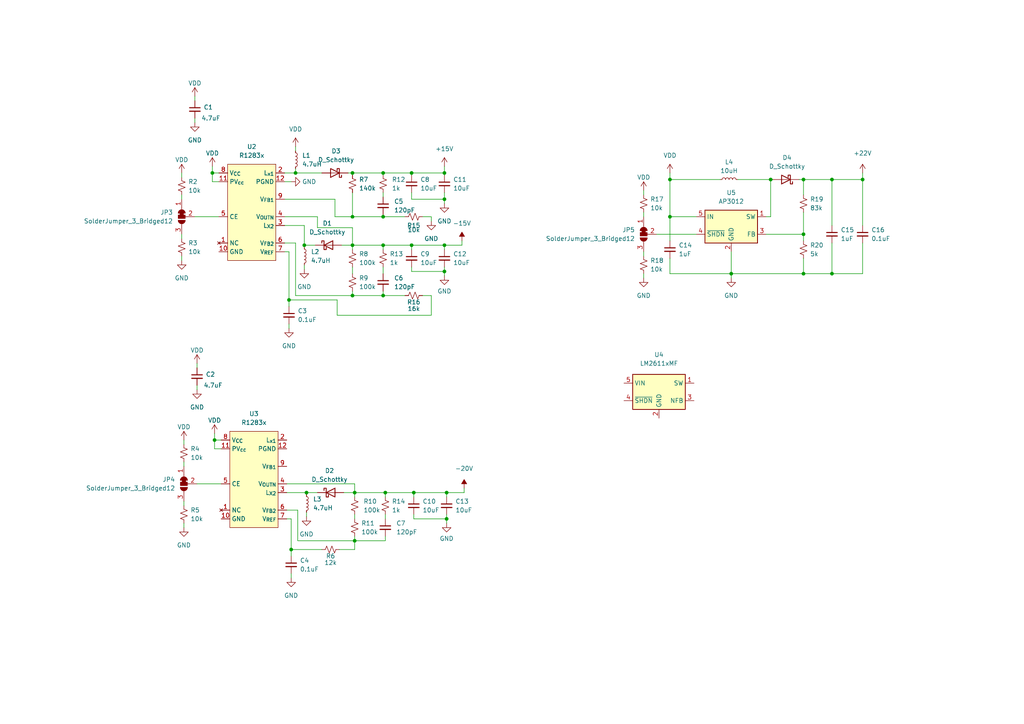
<source format=kicad_sch>
(kicad_sch (version 20211123) (generator eeschema)

  (uuid 99e8995b-38d9-476c-9ff6-4589330e75fa)

  (paper "A4")

  (lib_symbols
    (symbol "ATL:+22V" (power) (pin_names (offset 0)) (in_bom yes) (on_board yes)
      (property "Reference" "#PWR" (id 0) (at 0 -3.81 0)
        (effects (font (size 1.27 1.27)) hide)
      )
      (property "Value" "+22V" (id 1) (at 0 3.556 0)
        (effects (font (size 1.27 1.27)))
      )
      (property "Footprint" "" (id 2) (at 0 0 0)
        (effects (font (size 1.27 1.27)) hide)
      )
      (property "Datasheet" "" (id 3) (at 0 0 0)
        (effects (font (size 1.27 1.27)) hide)
      )
      (property "ki_keywords" "power-flag" (id 4) (at 0 0 0)
        (effects (font (size 1.27 1.27)) hide)
      )
      (property "ki_description" "Power symbol creates a global label with name \"+22V\"" (id 5) (at 0 0 0)
        (effects (font (size 1.27 1.27)) hide)
      )
      (symbol "+22V_0_1"
        (polyline
          (pts
            (xy -0.762 1.27)
            (xy 0 2.54)
          )
          (stroke (width 0) (type default) (color 0 0 0 0))
          (fill (type none))
        )
        (polyline
          (pts
            (xy 0 0)
            (xy 0 2.54)
          )
          (stroke (width 0) (type default) (color 0 0 0 0))
          (fill (type none))
        )
        (polyline
          (pts
            (xy 0 2.54)
            (xy 0.762 1.27)
          )
          (stroke (width 0) (type default) (color 0 0 0 0))
          (fill (type none))
        )
      )
      (symbol "+22V_1_1"
        (pin power_in line (at 0 0 90) (length 0) hide
          (name "+22V" (effects (font (size 1.27 1.27))))
          (number "1" (effects (font (size 1.27 1.27))))
        )
      )
    )
    (symbol "ATL:-20V" (power) (pin_names (offset 0)) (in_bom yes) (on_board yes)
      (property "Reference" "#PWR" (id 0) (at 0 2.54 0)
        (effects (font (size 1.27 1.27)) hide)
      )
      (property "Value" "-20V" (id 1) (at 0 3.81 0)
        (effects (font (size 1.27 1.27)))
      )
      (property "Footprint" "" (id 2) (at 0 0 0)
        (effects (font (size 1.27 1.27)) hide)
      )
      (property "Datasheet" "" (id 3) (at 0 0 0)
        (effects (font (size 1.27 1.27)) hide)
      )
      (property "ki_keywords" "power-flag" (id 4) (at 0 0 0)
        (effects (font (size 1.27 1.27)) hide)
      )
      (property "ki_description" "Power symbol creates a global label with name \"-20V\"" (id 5) (at 0 0 0)
        (effects (font (size 1.27 1.27)) hide)
      )
      (symbol "-20V_0_0"
        (pin power_in line (at 0 0 90) (length 0) hide
          (name "-20V" (effects (font (size 1.27 1.27))))
          (number "1" (effects (font (size 1.27 1.27))))
        )
      )
      (symbol "-20V_0_1"
        (polyline
          (pts
            (xy 0 0)
            (xy 0 1.27)
            (xy 0.762 1.27)
            (xy 0 2.54)
            (xy -0.762 1.27)
            (xy 0 1.27)
          )
          (stroke (width 0) (type default) (color 0 0 0 0))
          (fill (type outline))
        )
      )
    )
    (symbol "ATL:R1283x" (in_bom yes) (on_board yes)
      (property "Reference" "U" (id 0) (at 0 15.24 0)
        (effects (font (size 1.27 1.27)))
      )
      (property "Value" "R1283x" (id 1) (at 0 -17.78 0)
        (effects (font (size 1.27 1.27)))
      )
      (property "Footprint" "ATL:SON50P300X270X60-13N" (id 2) (at 0 0 0)
        (effects (font (size 1.27 1.27)) hide)
      )
      (property "Datasheet" "https://www.nisshinbo-microdevices.co.jp/en/pdf/datasheet/r1283-ea.pdf" (id 3) (at 0 0 0)
        (effects (font (size 1.27 1.27)) hide)
      )
      (symbol "R1283x_0_1"
        (rectangle (start 6.35 12.7) (end -7.62 -15.24)
          (stroke (width 0) (type default) (color 0 0 0 0))
          (fill (type background))
        )
      )
      (symbol "R1283x_1_1"
        (pin no_connect line (at -10.16 -10.16 0) (length 2.54)
          (name "NC" (effects (font (size 1.27 1.27))))
          (number "1" (effects (font (size 1.27 1.27))))
        )
        (pin power_in line (at -10.16 -12.7 0) (length 2.54)
          (name "GND" (effects (font (size 1.27 1.27))))
          (number "10" (effects (font (size 1.27 1.27))))
        )
        (pin power_in line (at -10.16 7.62 0) (length 2.54)
          (name "PV_{cc}" (effects (font (size 1.27 1.27))))
          (number "11" (effects (font (size 1.27 1.27))))
        )
        (pin power_in line (at 8.89 7.62 180) (length 2.54)
          (name "PGND" (effects (font (size 1.27 1.27))))
          (number "12" (effects (font (size 1.27 1.27))))
        )
        (pin power_out line (at 8.89 10.16 180) (length 2.54)
          (name "L_{x1}" (effects (font (size 1.27 1.27))))
          (number "2" (effects (font (size 1.27 1.27))))
        )
        (pin input line (at 8.89 -5.08 180) (length 2.54)
          (name "L_{X2}" (effects (font (size 1.27 1.27))))
          (number "3" (effects (font (size 1.27 1.27))))
        )
        (pin power_out line (at 8.89 -2.54 180) (length 2.54)
          (name "V_{OUTN}" (effects (font (size 1.27 1.27))))
          (number "4" (effects (font (size 1.27 1.27))))
        )
        (pin input line (at -10.16 -2.54 0) (length 2.54)
          (name "CE" (effects (font (size 1.27 1.27))))
          (number "5" (effects (font (size 1.27 1.27))))
        )
        (pin input line (at 8.89 -10.16 180) (length 2.54)
          (name "V_{FB2}" (effects (font (size 1.27 1.27))))
          (number "6" (effects (font (size 1.27 1.27))))
        )
        (pin power_in line (at 8.89 -12.7 180) (length 2.54)
          (name "V_{REF}" (effects (font (size 1.27 1.27))))
          (number "7" (effects (font (size 1.27 1.27))))
        )
        (pin input line (at -10.16 10.16 0) (length 2.54)
          (name "V_{CC}" (effects (font (size 1.27 1.27))))
          (number "8" (effects (font (size 1.27 1.27))))
        )
        (pin power_in line (at 8.89 2.54 180) (length 2.54)
          (name "V_{FB1}" (effects (font (size 1.27 1.27))))
          (number "9" (effects (font (size 1.27 1.27))))
        )
      )
    )
    (symbol "Device:C_Small" (pin_numbers hide) (pin_names (offset 0.254) hide) (in_bom yes) (on_board yes)
      (property "Reference" "C" (id 0) (at 0.254 1.778 0)
        (effects (font (size 1.27 1.27)) (justify left))
      )
      (property "Value" "C_Small" (id 1) (at 0.254 -2.032 0)
        (effects (font (size 1.27 1.27)) (justify left))
      )
      (property "Footprint" "" (id 2) (at 0 0 0)
        (effects (font (size 1.27 1.27)) hide)
      )
      (property "Datasheet" "~" (id 3) (at 0 0 0)
        (effects (font (size 1.27 1.27)) hide)
      )
      (property "ki_keywords" "capacitor cap" (id 4) (at 0 0 0)
        (effects (font (size 1.27 1.27)) hide)
      )
      (property "ki_description" "Unpolarized capacitor, small symbol" (id 5) (at 0 0 0)
        (effects (font (size 1.27 1.27)) hide)
      )
      (property "ki_fp_filters" "C_*" (id 6) (at 0 0 0)
        (effects (font (size 1.27 1.27)) hide)
      )
      (symbol "C_Small_0_1"
        (polyline
          (pts
            (xy -1.524 -0.508)
            (xy 1.524 -0.508)
          )
          (stroke (width 0.3302) (type default) (color 0 0 0 0))
          (fill (type none))
        )
        (polyline
          (pts
            (xy -1.524 0.508)
            (xy 1.524 0.508)
          )
          (stroke (width 0.3048) (type default) (color 0 0 0 0))
          (fill (type none))
        )
      )
      (symbol "C_Small_1_1"
        (pin passive line (at 0 2.54 270) (length 2.032)
          (name "~" (effects (font (size 1.27 1.27))))
          (number "1" (effects (font (size 1.27 1.27))))
        )
        (pin passive line (at 0 -2.54 90) (length 2.032)
          (name "~" (effects (font (size 1.27 1.27))))
          (number "2" (effects (font (size 1.27 1.27))))
        )
      )
    )
    (symbol "Device:D_Schottky" (pin_numbers hide) (pin_names (offset 1.016) hide) (in_bom yes) (on_board yes)
      (property "Reference" "D" (id 0) (at 0 2.54 0)
        (effects (font (size 1.27 1.27)))
      )
      (property "Value" "D_Schottky" (id 1) (at 0 -2.54 0)
        (effects (font (size 1.27 1.27)))
      )
      (property "Footprint" "" (id 2) (at 0 0 0)
        (effects (font (size 1.27 1.27)) hide)
      )
      (property "Datasheet" "~" (id 3) (at 0 0 0)
        (effects (font (size 1.27 1.27)) hide)
      )
      (property "ki_keywords" "diode Schottky" (id 4) (at 0 0 0)
        (effects (font (size 1.27 1.27)) hide)
      )
      (property "ki_description" "Schottky diode" (id 5) (at 0 0 0)
        (effects (font (size 1.27 1.27)) hide)
      )
      (property "ki_fp_filters" "TO-???* *_Diode_* *SingleDiode* D_*" (id 6) (at 0 0 0)
        (effects (font (size 1.27 1.27)) hide)
      )
      (symbol "D_Schottky_0_1"
        (polyline
          (pts
            (xy 1.27 0)
            (xy -1.27 0)
          )
          (stroke (width 0) (type default) (color 0 0 0 0))
          (fill (type none))
        )
        (polyline
          (pts
            (xy 1.27 1.27)
            (xy 1.27 -1.27)
            (xy -1.27 0)
            (xy 1.27 1.27)
          )
          (stroke (width 0.254) (type default) (color 0 0 0 0))
          (fill (type none))
        )
        (polyline
          (pts
            (xy -1.905 0.635)
            (xy -1.905 1.27)
            (xy -1.27 1.27)
            (xy -1.27 -1.27)
            (xy -0.635 -1.27)
            (xy -0.635 -0.635)
          )
          (stroke (width 0.254) (type default) (color 0 0 0 0))
          (fill (type none))
        )
      )
      (symbol "D_Schottky_1_1"
        (pin passive line (at -3.81 0 0) (length 2.54)
          (name "K" (effects (font (size 1.27 1.27))))
          (number "1" (effects (font (size 1.27 1.27))))
        )
        (pin passive line (at 3.81 0 180) (length 2.54)
          (name "A" (effects (font (size 1.27 1.27))))
          (number "2" (effects (font (size 1.27 1.27))))
        )
      )
    )
    (symbol "Device:L_Small" (pin_numbers hide) (pin_names (offset 0.254) hide) (in_bom yes) (on_board yes)
      (property "Reference" "L" (id 0) (at 0.762 1.016 0)
        (effects (font (size 1.27 1.27)) (justify left))
      )
      (property "Value" "L_Small" (id 1) (at 0.762 -1.016 0)
        (effects (font (size 1.27 1.27)) (justify left))
      )
      (property "Footprint" "" (id 2) (at 0 0 0)
        (effects (font (size 1.27 1.27)) hide)
      )
      (property "Datasheet" "~" (id 3) (at 0 0 0)
        (effects (font (size 1.27 1.27)) hide)
      )
      (property "ki_keywords" "inductor choke coil reactor magnetic" (id 4) (at 0 0 0)
        (effects (font (size 1.27 1.27)) hide)
      )
      (property "ki_description" "Inductor, small symbol" (id 5) (at 0 0 0)
        (effects (font (size 1.27 1.27)) hide)
      )
      (property "ki_fp_filters" "Choke_* *Coil* Inductor_* L_*" (id 6) (at 0 0 0)
        (effects (font (size 1.27 1.27)) hide)
      )
      (symbol "L_Small_0_1"
        (arc (start 0 -2.032) (mid 0.508 -1.524) (end 0 -1.016)
          (stroke (width 0) (type default) (color 0 0 0 0))
          (fill (type none))
        )
        (arc (start 0 -1.016) (mid 0.508 -0.508) (end 0 0)
          (stroke (width 0) (type default) (color 0 0 0 0))
          (fill (type none))
        )
        (arc (start 0 0) (mid 0.508 0.508) (end 0 1.016)
          (stroke (width 0) (type default) (color 0 0 0 0))
          (fill (type none))
        )
        (arc (start 0 1.016) (mid 0.508 1.524) (end 0 2.032)
          (stroke (width 0) (type default) (color 0 0 0 0))
          (fill (type none))
        )
      )
      (symbol "L_Small_1_1"
        (pin passive line (at 0 2.54 270) (length 0.508)
          (name "~" (effects (font (size 1.27 1.27))))
          (number "1" (effects (font (size 1.27 1.27))))
        )
        (pin passive line (at 0 -2.54 90) (length 0.508)
          (name "~" (effects (font (size 1.27 1.27))))
          (number "2" (effects (font (size 1.27 1.27))))
        )
      )
    )
    (symbol "Device:R_Small_US" (pin_numbers hide) (pin_names (offset 0.254) hide) (in_bom yes) (on_board yes)
      (property "Reference" "R" (id 0) (at 0.762 0.508 0)
        (effects (font (size 1.27 1.27)) (justify left))
      )
      (property "Value" "R_Small_US" (id 1) (at 0.762 -1.016 0)
        (effects (font (size 1.27 1.27)) (justify left))
      )
      (property "Footprint" "" (id 2) (at 0 0 0)
        (effects (font (size 1.27 1.27)) hide)
      )
      (property "Datasheet" "~" (id 3) (at 0 0 0)
        (effects (font (size 1.27 1.27)) hide)
      )
      (property "ki_keywords" "r resistor" (id 4) (at 0 0 0)
        (effects (font (size 1.27 1.27)) hide)
      )
      (property "ki_description" "Resistor, small US symbol" (id 5) (at 0 0 0)
        (effects (font (size 1.27 1.27)) hide)
      )
      (property "ki_fp_filters" "R_*" (id 6) (at 0 0 0)
        (effects (font (size 1.27 1.27)) hide)
      )
      (symbol "R_Small_US_1_1"
        (polyline
          (pts
            (xy 0 0)
            (xy 1.016 -0.381)
            (xy 0 -0.762)
            (xy -1.016 -1.143)
            (xy 0 -1.524)
          )
          (stroke (width 0) (type default) (color 0 0 0 0))
          (fill (type none))
        )
        (polyline
          (pts
            (xy 0 1.524)
            (xy 1.016 1.143)
            (xy 0 0.762)
            (xy -1.016 0.381)
            (xy 0 0)
          )
          (stroke (width 0) (type default) (color 0 0 0 0))
          (fill (type none))
        )
        (pin passive line (at 0 2.54 270) (length 1.016)
          (name "~" (effects (font (size 1.27 1.27))))
          (number "1" (effects (font (size 1.27 1.27))))
        )
        (pin passive line (at 0 -2.54 90) (length 1.016)
          (name "~" (effects (font (size 1.27 1.27))))
          (number "2" (effects (font (size 1.27 1.27))))
        )
      )
    )
    (symbol "Jumper:SolderJumper_3_Bridged12" (pin_names (offset 0) hide) (in_bom yes) (on_board yes)
      (property "Reference" "JP" (id 0) (at -2.54 -2.54 0)
        (effects (font (size 1.27 1.27)))
      )
      (property "Value" "SolderJumper_3_Bridged12" (id 1) (at 0 2.794 0)
        (effects (font (size 1.27 1.27)))
      )
      (property "Footprint" "" (id 2) (at 0 0 0)
        (effects (font (size 1.27 1.27)) hide)
      )
      (property "Datasheet" "~" (id 3) (at 0 0 0)
        (effects (font (size 1.27 1.27)) hide)
      )
      (property "ki_keywords" "Solder Jumper SPDT" (id 4) (at 0 0 0)
        (effects (font (size 1.27 1.27)) hide)
      )
      (property "ki_description" "3-pole Solder Jumper, pins 1+2 closed/bridged" (id 5) (at 0 0 0)
        (effects (font (size 1.27 1.27)) hide)
      )
      (property "ki_fp_filters" "SolderJumper*Bridged12*" (id 6) (at 0 0 0)
        (effects (font (size 1.27 1.27)) hide)
      )
      (symbol "SolderJumper_3_Bridged12_0_1"
        (rectangle (start -1.016 0.508) (end -0.508 -0.508)
          (stroke (width 0) (type default) (color 0 0 0 0))
          (fill (type outline))
        )
        (arc (start -1.016 1.016) (mid -2.032 0) (end -1.016 -1.016)
          (stroke (width 0) (type default) (color 0 0 0 0))
          (fill (type none))
        )
        (arc (start -1.016 1.016) (mid -2.032 0) (end -1.016 -1.016)
          (stroke (width 0) (type default) (color 0 0 0 0))
          (fill (type outline))
        )
        (rectangle (start -0.508 1.016) (end 0.508 -1.016)
          (stroke (width 0) (type default) (color 0 0 0 0))
          (fill (type outline))
        )
        (polyline
          (pts
            (xy -2.54 0)
            (xy -2.032 0)
          )
          (stroke (width 0) (type default) (color 0 0 0 0))
          (fill (type none))
        )
        (polyline
          (pts
            (xy -1.016 1.016)
            (xy -1.016 -1.016)
          )
          (stroke (width 0) (type default) (color 0 0 0 0))
          (fill (type none))
        )
        (polyline
          (pts
            (xy 0 -1.27)
            (xy 0 -1.016)
          )
          (stroke (width 0) (type default) (color 0 0 0 0))
          (fill (type none))
        )
        (polyline
          (pts
            (xy 1.016 1.016)
            (xy 1.016 -1.016)
          )
          (stroke (width 0) (type default) (color 0 0 0 0))
          (fill (type none))
        )
        (polyline
          (pts
            (xy 2.54 0)
            (xy 2.032 0)
          )
          (stroke (width 0) (type default) (color 0 0 0 0))
          (fill (type none))
        )
        (arc (start 1.016 -1.016) (mid 2.032 0) (end 1.016 1.016)
          (stroke (width 0) (type default) (color 0 0 0 0))
          (fill (type none))
        )
        (arc (start 1.016 -1.016) (mid 2.032 0) (end 1.016 1.016)
          (stroke (width 0) (type default) (color 0 0 0 0))
          (fill (type outline))
        )
      )
      (symbol "SolderJumper_3_Bridged12_1_1"
        (pin passive line (at -5.08 0 0) (length 2.54)
          (name "A" (effects (font (size 1.27 1.27))))
          (number "1" (effects (font (size 1.27 1.27))))
        )
        (pin input line (at 0 -3.81 90) (length 2.54)
          (name "C" (effects (font (size 1.27 1.27))))
          (number "2" (effects (font (size 1.27 1.27))))
        )
        (pin passive line (at 5.08 0 180) (length 2.54)
          (name "B" (effects (font (size 1.27 1.27))))
          (number "3" (effects (font (size 1.27 1.27))))
        )
      )
    )
    (symbol "Regulator_Switching:AP3012" (in_bom yes) (on_board yes)
      (property "Reference" "U" (id 0) (at -7.62 5.715 0)
        (effects (font (size 1.27 1.27)) (justify left))
      )
      (property "Value" "AP3012" (id 1) (at 0 5.715 0)
        (effects (font (size 1.27 1.27)) (justify left))
      )
      (property "Footprint" "Package_TO_SOT_SMD:SOT-23-5" (id 2) (at 0.635 -6.35 0)
        (effects (font (size 1.27 1.27) italic) (justify left) hide)
      )
      (property "Datasheet" "https://www.diodes.com/assets/Datasheets/AP3012.pdf" (id 3) (at 0 0 0)
        (effects (font (size 1.27 1.27)) hide)
      )
      (property "ki_keywords" "Step-Up Boost Voltage Regulator" (id 4) (at 0 0 0)
        (effects (font (size 1.27 1.27)) hide)
      )
      (property "ki_description" "500mA, Adjustable Step-Up Voltage Regulator, 1.5MHz Frequency, SOT-23-5" (id 5) (at 0 0 0)
        (effects (font (size 1.27 1.27)) hide)
      )
      (property "ki_fp_filters" "SOT?23*" (id 6) (at 0 0 0)
        (effects (font (size 1.27 1.27)) hide)
      )
      (symbol "AP3012_0_1"
        (rectangle (start -7.62 4.445) (end 7.62 -5.08)
          (stroke (width 0.254) (type default) (color 0 0 0 0))
          (fill (type background))
        )
      )
      (symbol "AP3012_1_1"
        (pin passive line (at 10.16 2.54 180) (length 2.54)
          (name "SW" (effects (font (size 1.27 1.27))))
          (number "1" (effects (font (size 1.27 1.27))))
        )
        (pin power_in line (at 0 -7.62 90) (length 2.54)
          (name "GND" (effects (font (size 1.27 1.27))))
          (number "2" (effects (font (size 1.27 1.27))))
        )
        (pin input line (at 10.16 -2.54 180) (length 2.54)
          (name "FB" (effects (font (size 1.27 1.27))))
          (number "3" (effects (font (size 1.27 1.27))))
        )
        (pin input line (at -10.16 -2.54 0) (length 2.54)
          (name "~{SHDN}" (effects (font (size 1.27 1.27))))
          (number "4" (effects (font (size 1.27 1.27))))
        )
        (pin power_in line (at -10.16 2.54 0) (length 2.54)
          (name "IN" (effects (font (size 1.27 1.27))))
          (number "5" (effects (font (size 1.27 1.27))))
        )
      )
    )
    (symbol "Regulator_Switching:LM2611xMF" (in_bom yes) (on_board yes)
      (property "Reference" "U" (id 0) (at -7.62 6.35 0)
        (effects (font (size 1.27 1.27)) (justify left))
      )
      (property "Value" "LM2611xMF" (id 1) (at 7.62 6.35 0)
        (effects (font (size 1.27 1.27)) (justify right))
      )
      (property "Footprint" "Package_TO_SOT_SMD:SOT-23-5" (id 2) (at 1.27 -6.35 0)
        (effects (font (size 1.27 1.27)) (justify left) hide)
      )
      (property "Datasheet" "https://www.ti.com/lit/ds/symlink/lm2611.pdf" (id 3) (at -46.99 31.75 0)
        (effects (font (size 1.27 1.27)) hide)
      )
      (property "ki_keywords" "switched converter inverter PWM" (id 4) (at 0 0 0)
        (effects (font (size 1.27 1.27)) hide)
      )
      (property "ki_description" "1.4MHz Cuk Converter, SOT-23-5" (id 5) (at 0 0 0)
        (effects (font (size 1.27 1.27)) hide)
      )
      (property "ki_fp_filters" "SOT?23*" (id 6) (at 0 0 0)
        (effects (font (size 1.27 1.27)) hide)
      )
      (symbol "LM2611xMF_0_1"
        (rectangle (start -7.62 5.08) (end 7.62 -5.08)
          (stroke (width 0.254) (type default) (color 0 0 0 0))
          (fill (type background))
        )
      )
      (symbol "LM2611xMF_1_1"
        (pin open_collector line (at 10.16 2.54 180) (length 2.54)
          (name "SW" (effects (font (size 1.27 1.27))))
          (number "1" (effects (font (size 1.27 1.27))))
        )
        (pin power_in line (at 0 -7.62 90) (length 2.54)
          (name "GND" (effects (font (size 1.27 1.27))))
          (number "2" (effects (font (size 1.27 1.27))))
        )
        (pin input line (at 10.16 -2.54 180) (length 2.54)
          (name "NFB" (effects (font (size 1.27 1.27))))
          (number "3" (effects (font (size 1.27 1.27))))
        )
        (pin input line (at -10.16 -2.54 0) (length 2.54)
          (name "~{SHDN}" (effects (font (size 1.27 1.27))))
          (number "4" (effects (font (size 1.27 1.27))))
        )
        (pin power_in line (at -10.16 2.54 0) (length 2.54)
          (name "VIN" (effects (font (size 1.27 1.27))))
          (number "5" (effects (font (size 1.27 1.27))))
        )
      )
    )
    (symbol "power:+15V" (power) (pin_names (offset 0)) (in_bom yes) (on_board yes)
      (property "Reference" "#PWR" (id 0) (at 0 -3.81 0)
        (effects (font (size 1.27 1.27)) hide)
      )
      (property "Value" "+15V" (id 1) (at 0 3.556 0)
        (effects (font (size 1.27 1.27)))
      )
      (property "Footprint" "" (id 2) (at 0 0 0)
        (effects (font (size 1.27 1.27)) hide)
      )
      (property "Datasheet" "" (id 3) (at 0 0 0)
        (effects (font (size 1.27 1.27)) hide)
      )
      (property "ki_keywords" "power-flag" (id 4) (at 0 0 0)
        (effects (font (size 1.27 1.27)) hide)
      )
      (property "ki_description" "Power symbol creates a global label with name \"+15V\"" (id 5) (at 0 0 0)
        (effects (font (size 1.27 1.27)) hide)
      )
      (symbol "+15V_0_1"
        (polyline
          (pts
            (xy -0.762 1.27)
            (xy 0 2.54)
          )
          (stroke (width 0) (type default) (color 0 0 0 0))
          (fill (type none))
        )
        (polyline
          (pts
            (xy 0 0)
            (xy 0 2.54)
          )
          (stroke (width 0) (type default) (color 0 0 0 0))
          (fill (type none))
        )
        (polyline
          (pts
            (xy 0 2.54)
            (xy 0.762 1.27)
          )
          (stroke (width 0) (type default) (color 0 0 0 0))
          (fill (type none))
        )
      )
      (symbol "+15V_1_1"
        (pin power_in line (at 0 0 90) (length 0) hide
          (name "+15V" (effects (font (size 1.27 1.27))))
          (number "1" (effects (font (size 1.27 1.27))))
        )
      )
    )
    (symbol "power:-15V" (power) (pin_names (offset 0)) (in_bom yes) (on_board yes)
      (property "Reference" "#PWR" (id 0) (at 0 2.54 0)
        (effects (font (size 1.27 1.27)) hide)
      )
      (property "Value" "-15V" (id 1) (at 0 3.81 0)
        (effects (font (size 1.27 1.27)))
      )
      (property "Footprint" "" (id 2) (at 0 0 0)
        (effects (font (size 1.27 1.27)) hide)
      )
      (property "Datasheet" "" (id 3) (at 0 0 0)
        (effects (font (size 1.27 1.27)) hide)
      )
      (property "ki_keywords" "power-flag" (id 4) (at 0 0 0)
        (effects (font (size 1.27 1.27)) hide)
      )
      (property "ki_description" "Power symbol creates a global label with name \"-15V\"" (id 5) (at 0 0 0)
        (effects (font (size 1.27 1.27)) hide)
      )
      (symbol "-15V_0_0"
        (pin power_in line (at 0 0 90) (length 0) hide
          (name "-15V" (effects (font (size 1.27 1.27))))
          (number "1" (effects (font (size 1.27 1.27))))
        )
      )
      (symbol "-15V_0_1"
        (polyline
          (pts
            (xy 0 0)
            (xy 0 1.27)
            (xy 0.762 1.27)
            (xy 0 2.54)
            (xy -0.762 1.27)
            (xy 0 1.27)
          )
          (stroke (width 0) (type default) (color 0 0 0 0))
          (fill (type outline))
        )
      )
    )
    (symbol "power:GND" (power) (pin_names (offset 0)) (in_bom yes) (on_board yes)
      (property "Reference" "#PWR" (id 0) (at 0 -6.35 0)
        (effects (font (size 1.27 1.27)) hide)
      )
      (property "Value" "GND" (id 1) (at 0 -3.81 0)
        (effects (font (size 1.27 1.27)))
      )
      (property "Footprint" "" (id 2) (at 0 0 0)
        (effects (font (size 1.27 1.27)) hide)
      )
      (property "Datasheet" "" (id 3) (at 0 0 0)
        (effects (font (size 1.27 1.27)) hide)
      )
      (property "ki_keywords" "power-flag" (id 4) (at 0 0 0)
        (effects (font (size 1.27 1.27)) hide)
      )
      (property "ki_description" "Power symbol creates a global label with name \"GND\" , ground" (id 5) (at 0 0 0)
        (effects (font (size 1.27 1.27)) hide)
      )
      (symbol "GND_0_1"
        (polyline
          (pts
            (xy 0 0)
            (xy 0 -1.27)
            (xy 1.27 -1.27)
            (xy 0 -2.54)
            (xy -1.27 -1.27)
            (xy 0 -1.27)
          )
          (stroke (width 0) (type default) (color 0 0 0 0))
          (fill (type none))
        )
      )
      (symbol "GND_1_1"
        (pin power_in line (at 0 0 270) (length 0) hide
          (name "GND" (effects (font (size 1.27 1.27))))
          (number "1" (effects (font (size 1.27 1.27))))
        )
      )
    )
    (symbol "power:VDD" (power) (pin_names (offset 0)) (in_bom yes) (on_board yes)
      (property "Reference" "#PWR" (id 0) (at 0 -3.81 0)
        (effects (font (size 1.27 1.27)) hide)
      )
      (property "Value" "VDD" (id 1) (at 0 3.81 0)
        (effects (font (size 1.27 1.27)))
      )
      (property "Footprint" "" (id 2) (at 0 0 0)
        (effects (font (size 1.27 1.27)) hide)
      )
      (property "Datasheet" "" (id 3) (at 0 0 0)
        (effects (font (size 1.27 1.27)) hide)
      )
      (property "ki_keywords" "power-flag" (id 4) (at 0 0 0)
        (effects (font (size 1.27 1.27)) hide)
      )
      (property "ki_description" "Power symbol creates a global label with name \"VDD\"" (id 5) (at 0 0 0)
        (effects (font (size 1.27 1.27)) hide)
      )
      (symbol "VDD_0_1"
        (polyline
          (pts
            (xy -0.762 1.27)
            (xy 0 2.54)
          )
          (stroke (width 0) (type default) (color 0 0 0 0))
          (fill (type none))
        )
        (polyline
          (pts
            (xy 0 0)
            (xy 0 2.54)
          )
          (stroke (width 0) (type default) (color 0 0 0 0))
          (fill (type none))
        )
        (polyline
          (pts
            (xy 0 2.54)
            (xy 0.762 1.27)
          )
          (stroke (width 0) (type default) (color 0 0 0 0))
          (fill (type none))
        )
      )
      (symbol "VDD_1_1"
        (pin power_in line (at 0 0 90) (length 0) hide
          (name "VDD" (effects (font (size 1.27 1.27))))
          (number "1" (effects (font (size 1.27 1.27))))
        )
      )
    )
  )

  (junction (at 61.595 50.165) (diameter 0) (color 0 0 0 0)
    (uuid 04881222-2e5e-4b7c-a9b1-da4a21616e2b)
  )
  (junction (at 223.52 52.07) (diameter 0) (color 0 0 0 0)
    (uuid 09405ec1-dfe5-4d1e-819a-3049da58087e)
  )
  (junction (at 62.23 127.635) (diameter 0) (color 0 0 0 0)
    (uuid 0a914fb3-9061-4ad9-955e-3e0d74daeb17)
  )
  (junction (at 111.125 85.725) (diameter 0) (color 0 0 0 0)
    (uuid 18e285bd-d683-439e-9afc-fe160510cffd)
  )
  (junction (at 128.905 57.785) (diameter 0) (color 0 0 0 0)
    (uuid 1b369c30-a503-458f-bbf1-c6620aa09b42)
  )
  (junction (at 119.38 71.12) (diameter 0) (color 0 0 0 0)
    (uuid 33419b4d-67f5-4f05-a99e-77595a1304c6)
  )
  (junction (at 102.235 62.865) (diameter 0) (color 0 0 0 0)
    (uuid 3d1b0f7d-cb60-480d-80e4-0ca62d862def)
  )
  (junction (at 120.015 142.875) (diameter 0) (color 0 0 0 0)
    (uuid 45daf3a4-0abd-48ae-bf10-035e03975b57)
  )
  (junction (at 194.31 62.865) (diameter 0) (color 0 0 0 0)
    (uuid 467e7d57-f5a5-44f0-b094-25aadd4e1f9f)
  )
  (junction (at 129.54 142.875) (diameter 0) (color 0 0 0 0)
    (uuid 502d494e-96a1-40b8-8acf-8ae38ec1c400)
  )
  (junction (at 119.38 50.165) (diameter 0) (color 0 0 0 0)
    (uuid 504d674f-9639-432d-8633-cf6c6968a07b)
  )
  (junction (at 212.09 79.375) (diameter 0) (color 0 0 0 0)
    (uuid 5314ae7e-c32a-42fe-90b5-c7a2596cd1d7)
  )
  (junction (at 233.045 67.945) (diameter 0) (color 0 0 0 0)
    (uuid 5d0e7a1d-7604-4070-80b9-c651ee326521)
  )
  (junction (at 250.19 52.07) (diameter 0) (color 0 0 0 0)
    (uuid 6164fa05-6b2e-47d3-9049-1977546def2d)
  )
  (junction (at 102.87 156.845) (diameter 0) (color 0 0 0 0)
    (uuid 657c1bf6-77c1-4911-be6e-90ea2ec5a3bc)
  )
  (junction (at 88.9 142.875) (diameter 0) (color 0 0 0 0)
    (uuid 72cef451-6f21-44d9-bb6f-0f76ffa7bc46)
  )
  (junction (at 111.125 62.865) (diameter 0) (color 0 0 0 0)
    (uuid 79420b29-3760-4f9d-800d-9461e70576db)
  )
  (junction (at 111.76 142.875) (diameter 0) (color 0 0 0 0)
    (uuid 79ff8435-8306-4a12-bca6-b53ff00b33b2)
  )
  (junction (at 233.045 79.375) (diameter 0) (color 0 0 0 0)
    (uuid 82ea23f2-abec-4d96-ac6b-dbd4ae5b6500)
  )
  (junction (at 102.235 71.12) (diameter 0) (color 0 0 0 0)
    (uuid 8bcb969e-2fac-4085-b192-ff0efe904925)
  )
  (junction (at 85.725 50.165) (diameter 0) (color 0 0 0 0)
    (uuid 8d50acbc-0201-4a97-a44e-a055fd2abdfb)
  )
  (junction (at 111.125 50.165) (diameter 0) (color 0 0 0 0)
    (uuid 903049d7-2e35-4fd9-9c63-83ceb39bf3c6)
  )
  (junction (at 88.265 71.12) (diameter 0) (color 0 0 0 0)
    (uuid 966f57f3-12b1-4269-8482-ce3425784bdd)
  )
  (junction (at 128.905 71.12) (diameter 0) (color 0 0 0 0)
    (uuid aa4481d6-a23f-4174-bbd8-249d93bb9342)
  )
  (junction (at 84.455 159.385) (diameter 0) (color 0 0 0 0)
    (uuid b41b4888-351b-41de-b4d7-00488d81f462)
  )
  (junction (at 194.31 52.07) (diameter 0) (color 0 0 0 0)
    (uuid bcd78e21-0caa-4ac5-8a75-9fed3f8adf73)
  )
  (junction (at 128.905 50.165) (diameter 0) (color 0 0 0 0)
    (uuid d3c4efb9-2a11-4905-bfb9-8efa2afa7192)
  )
  (junction (at 129.54 150.495) (diameter 0) (color 0 0 0 0)
    (uuid daf7c805-3c4a-4d53-bfa5-c5910798156f)
  )
  (junction (at 102.87 142.875) (diameter 0) (color 0 0 0 0)
    (uuid e0cb25b5-696f-419b-8205-fe5404377d4f)
  )
  (junction (at 102.235 50.165) (diameter 0) (color 0 0 0 0)
    (uuid ec4d4a60-fdbf-4bbb-8cf5-c3407a5fb0c4)
  )
  (junction (at 241.3 79.375) (diameter 0) (color 0 0 0 0)
    (uuid ed13b711-3abe-4c06-b155-ba902f923fdd)
  )
  (junction (at 241.3 52.07) (diameter 0) (color 0 0 0 0)
    (uuid ef523a00-22a5-4afa-a769-711b11071fbe)
  )
  (junction (at 128.905 78.74) (diameter 0) (color 0 0 0 0)
    (uuid f3efbe89-c9df-416a-bd53-e51fa474385c)
  )
  (junction (at 83.82 86.995) (diameter 0) (color 0 0 0 0)
    (uuid f5739a2c-21f0-44eb-92d9-b0e023e287f0)
  )
  (junction (at 102.235 85.725) (diameter 0) (color 0 0 0 0)
    (uuid f6825b79-8b85-4d69-bee0-e687277bdb9b)
  )
  (junction (at 111.125 71.12) (diameter 0) (color 0 0 0 0)
    (uuid ff5812b5-1e34-484e-84bd-9c5c9388af80)
  )
  (junction (at 233.045 52.07) (diameter 0) (color 0 0 0 0)
    (uuid ffc50c66-904c-4857-a75f-3d856475de45)
  )

  (wire (pts (xy 128.905 50.165) (xy 128.905 50.8))
    (stroke (width 0) (type default) (color 0 0 0 0))
    (uuid 001f4b79-2e20-4edf-bf3e-69195ff92e2d)
  )
  (wire (pts (xy 61.595 50.165) (xy 61.595 52.705))
    (stroke (width 0) (type default) (color 0 0 0 0))
    (uuid 0024464c-7c76-4b79-b391-cbd0136f68e3)
  )
  (wire (pts (xy 99.06 71.12) (xy 102.235 71.12))
    (stroke (width 0) (type default) (color 0 0 0 0))
    (uuid 00916c1b-46a4-43a9-8b5e-91ae1ccbf06c)
  )
  (wire (pts (xy 194.31 52.07) (xy 208.915 52.07))
    (stroke (width 0) (type default) (color 0 0 0 0))
    (uuid 02a29e0d-5a83-42a2-be0a-e75f2e54564a)
  )
  (wire (pts (xy 62.23 130.175) (xy 64.135 130.175))
    (stroke (width 0) (type default) (color 0 0 0 0))
    (uuid 06729a9b-4220-4eaa-8fb0-1b8566eb5cbc)
  )
  (wire (pts (xy 56.515 27.94) (xy 56.515 29.21))
    (stroke (width 0) (type default) (color 0 0 0 0))
    (uuid 0729bf09-dc2f-4473-8a8c-578cbd0c9c1e)
  )
  (wire (pts (xy 233.045 52.07) (xy 233.045 56.515))
    (stroke (width 0) (type default) (color 0 0 0 0))
    (uuid 08732985-414f-4c8c-8b53-0f381795b86f)
  )
  (wire (pts (xy 194.31 52.07) (xy 194.31 62.865))
    (stroke (width 0) (type default) (color 0 0 0 0))
    (uuid 0a217eef-c1a1-4061-a479-5a89eb68680a)
  )
  (wire (pts (xy 83.82 73.025) (xy 83.82 86.995))
    (stroke (width 0) (type default) (color 0 0 0 0))
    (uuid 0c8726bf-a640-4dc9-99a4-a855cfd451bc)
  )
  (wire (pts (xy 111.125 85.725) (xy 117.475 85.725))
    (stroke (width 0) (type default) (color 0 0 0 0))
    (uuid 0e24f09b-6a89-4d35-a385-ccb8dadd89cd)
  )
  (wire (pts (xy 222.25 67.945) (xy 233.045 67.945))
    (stroke (width 0) (type default) (color 0 0 0 0))
    (uuid 0e783627-3ea6-499b-bf96-f307a062a66a)
  )
  (wire (pts (xy 102.235 66.04) (xy 102.235 71.12))
    (stroke (width 0) (type default) (color 0 0 0 0))
    (uuid 0ea3e709-6515-44c4-8bd9-503c3c6119f3)
  )
  (wire (pts (xy 241.3 52.07) (xy 233.045 52.07))
    (stroke (width 0) (type default) (color 0 0 0 0))
    (uuid 0f6fa8e5-4816-4dcd-a0e1-067a033da75f)
  )
  (wire (pts (xy 102.235 55.88) (xy 102.235 62.865))
    (stroke (width 0) (type default) (color 0 0 0 0))
    (uuid 13d57a3e-51c0-4f17-87bb-9340496dd7a6)
  )
  (wire (pts (xy 133.985 71.12) (xy 128.905 71.12))
    (stroke (width 0) (type default) (color 0 0 0 0))
    (uuid 13feb88b-3596-46c4-9d75-70d2cfb89016)
  )
  (wire (pts (xy 119.38 71.12) (xy 128.905 71.12))
    (stroke (width 0) (type default) (color 0 0 0 0))
    (uuid 14645c25-9ee1-42ef-bdfd-ea91d9db064f)
  )
  (wire (pts (xy 61.595 48.26) (xy 61.595 50.165))
    (stroke (width 0) (type default) (color 0 0 0 0))
    (uuid 18461577-fa95-4b36-a394-c827f61a256a)
  )
  (wire (pts (xy 111.125 85.725) (xy 111.125 84.455))
    (stroke (width 0) (type default) (color 0 0 0 0))
    (uuid 191e5204-2101-41ad-ae2b-4a89a5cafd62)
  )
  (wire (pts (xy 128.905 78.74) (xy 119.38 78.74))
    (stroke (width 0) (type default) (color 0 0 0 0))
    (uuid 19b446e3-faec-4dbc-96cf-c114bdbe6ba3)
  )
  (wire (pts (xy 98.425 159.385) (xy 102.87 159.385))
    (stroke (width 0) (type default) (color 0 0 0 0))
    (uuid 1abf6f42-f964-46d1-8d31-446fc862a776)
  )
  (wire (pts (xy 62.23 125.73) (xy 62.23 127.635))
    (stroke (width 0) (type default) (color 0 0 0 0))
    (uuid 1ba42e76-6ddd-47f3-8197-e80738509081)
  )
  (wire (pts (xy 241.3 65.405) (xy 241.3 52.07))
    (stroke (width 0) (type default) (color 0 0 0 0))
    (uuid 217ef07f-b59d-45a0-a28d-6e796f7a4b1e)
  )
  (wire (pts (xy 212.09 79.375) (xy 212.09 80.645))
    (stroke (width 0) (type default) (color 0 0 0 0))
    (uuid 23ae6131-ad53-43f1-a1d4-e2e272480778)
  )
  (wire (pts (xy 186.69 73.025) (xy 186.69 74.295))
    (stroke (width 0) (type default) (color 0 0 0 0))
    (uuid 23c2538e-6f2e-4618-8e11-b013ecf891c5)
  )
  (wire (pts (xy 119.38 50.165) (xy 128.905 50.165))
    (stroke (width 0) (type default) (color 0 0 0 0))
    (uuid 29e78dcb-bbdb-42f8-bac3-7f73aa5452a5)
  )
  (wire (pts (xy 111.125 71.12) (xy 119.38 71.12))
    (stroke (width 0) (type default) (color 0 0 0 0))
    (uuid 2b6c8029-c3c6-4694-ba22-de87e2b571dc)
  )
  (wire (pts (xy 233.045 79.375) (xy 241.3 79.375))
    (stroke (width 0) (type default) (color 0 0 0 0))
    (uuid 2d379d9b-7217-44af-af92-e01e83a70c3e)
  )
  (wire (pts (xy 85.725 85.725) (xy 102.235 85.725))
    (stroke (width 0) (type default) (color 0 0 0 0))
    (uuid 3139aaf7-29ec-4a38-bf2f-1f00e43f056f)
  )
  (wire (pts (xy 111.76 156.845) (xy 111.76 155.575))
    (stroke (width 0) (type default) (color 0 0 0 0))
    (uuid 32fb934f-7bb9-4e1e-bece-71744fd51e86)
  )
  (wire (pts (xy 119.38 71.12) (xy 119.38 72.39))
    (stroke (width 0) (type default) (color 0 0 0 0))
    (uuid 342cf720-070d-4bfc-bc92-2400a2c4b941)
  )
  (wire (pts (xy 57.15 105.41) (xy 57.15 106.68))
    (stroke (width 0) (type default) (color 0 0 0 0))
    (uuid 361ce4e5-1e9e-4990-a2f1-e28831217240)
  )
  (wire (pts (xy 111.125 50.165) (xy 119.38 50.165))
    (stroke (width 0) (type default) (color 0 0 0 0))
    (uuid 36ad6041-8322-4d3d-91c6-4c28b87b2f2f)
  )
  (wire (pts (xy 82.55 62.865) (xy 92.075 62.865))
    (stroke (width 0) (type default) (color 0 0 0 0))
    (uuid 37209227-0c2a-4e4e-955b-20ce601b93fb)
  )
  (wire (pts (xy 102.87 140.335) (xy 102.87 142.875))
    (stroke (width 0) (type default) (color 0 0 0 0))
    (uuid 3b082832-406c-4e6a-a26f-43f98f9eeebc)
  )
  (wire (pts (xy 250.19 52.07) (xy 241.3 52.07))
    (stroke (width 0) (type default) (color 0 0 0 0))
    (uuid 3b69e14f-912c-4ec4-99b4-f00da6984e84)
  )
  (wire (pts (xy 88.265 71.12) (xy 91.44 71.12))
    (stroke (width 0) (type default) (color 0 0 0 0))
    (uuid 3e11d7a5-d0fe-4914-93eb-c44a6a5c1e9b)
  )
  (wire (pts (xy 53.34 145.415) (xy 53.34 146.685))
    (stroke (width 0) (type default) (color 0 0 0 0))
    (uuid 3e6eed0e-55d3-494a-8d3d-99c26e038df5)
  )
  (wire (pts (xy 88.265 76.835) (xy 88.265 78.105))
    (stroke (width 0) (type default) (color 0 0 0 0))
    (uuid 3ed1b8de-7cf7-4efe-a632-f38a37741593)
  )
  (wire (pts (xy 128.905 78.74) (xy 128.905 80.01))
    (stroke (width 0) (type default) (color 0 0 0 0))
    (uuid 3faa97ce-bd04-4c33-aa4d-63282d883e09)
  )
  (wire (pts (xy 129.54 142.875) (xy 129.54 144.145))
    (stroke (width 0) (type default) (color 0 0 0 0))
    (uuid 44b9e437-ef01-4e07-b8b8-5640949b6607)
  )
  (wire (pts (xy 241.3 79.375) (xy 241.3 70.485))
    (stroke (width 0) (type default) (color 0 0 0 0))
    (uuid 45e54818-f9ce-42cb-b019-2cbb8514ce6f)
  )
  (wire (pts (xy 97.155 57.785) (xy 97.155 62.865))
    (stroke (width 0) (type default) (color 0 0 0 0))
    (uuid 47782fd3-d33e-4d2c-89d5-7c61107c1bdf)
  )
  (wire (pts (xy 111.76 144.145) (xy 111.76 142.875))
    (stroke (width 0) (type default) (color 0 0 0 0))
    (uuid 4acf2666-ff65-48fc-8e6e-84222312c503)
  )
  (wire (pts (xy 92.075 62.865) (xy 92.075 66.04))
    (stroke (width 0) (type default) (color 0 0 0 0))
    (uuid 4b1bba73-620f-4f11-9dff-810c5f7c9137)
  )
  (wire (pts (xy 84.455 161.29) (xy 84.455 159.385))
    (stroke (width 0) (type default) (color 0 0 0 0))
    (uuid 4b3a0fe6-2890-4f96-8722-e1d53e90a2bd)
  )
  (wire (pts (xy 111.125 62.865) (xy 117.475 62.865))
    (stroke (width 0) (type default) (color 0 0 0 0))
    (uuid 4e73f8e5-9746-40a3-bc19-9f42233a5158)
  )
  (wire (pts (xy 82.55 57.785) (xy 97.155 57.785))
    (stroke (width 0) (type default) (color 0 0 0 0))
    (uuid 4efcddde-9fef-474e-9b0e-cf286893b099)
  )
  (wire (pts (xy 53.34 151.765) (xy 53.34 153.035))
    (stroke (width 0) (type default) (color 0 0 0 0))
    (uuid 4fe9ef84-aa8f-43d3-a6eb-10f29faf90db)
  )
  (wire (pts (xy 85.725 42.545) (xy 85.725 43.815))
    (stroke (width 0) (type default) (color 0 0 0 0))
    (uuid 502ad69b-733e-4b95-8cd3-a75d73ba6e96)
  )
  (wire (pts (xy 62.23 127.635) (xy 62.23 130.175))
    (stroke (width 0) (type default) (color 0 0 0 0))
    (uuid 527f7517-ecfa-472d-bbc4-751dea49152f)
  )
  (wire (pts (xy 194.31 79.375) (xy 212.09 79.375))
    (stroke (width 0) (type default) (color 0 0 0 0))
    (uuid 52ffb3e1-6864-41d5-a6d1-b5a248b669b8)
  )
  (wire (pts (xy 129.54 149.225) (xy 129.54 150.495))
    (stroke (width 0) (type default) (color 0 0 0 0))
    (uuid 5419332b-8e6c-41bc-b5aa-c5264ab644b2)
  )
  (wire (pts (xy 128.905 77.47) (xy 128.905 78.74))
    (stroke (width 0) (type default) (color 0 0 0 0))
    (uuid 5587431f-a9c7-4842-aa93-2075a6c44e7e)
  )
  (wire (pts (xy 97.79 91.44) (xy 97.79 86.995))
    (stroke (width 0) (type default) (color 0 0 0 0))
    (uuid 55bf09d6-5ab0-40b9-8de9-f6b99963ada2)
  )
  (wire (pts (xy 82.55 73.025) (xy 83.82 73.025))
    (stroke (width 0) (type default) (color 0 0 0 0))
    (uuid 5685b5c7-1750-49c8-8e59-5b969a4c2927)
  )
  (wire (pts (xy 241.3 79.375) (xy 250.19 79.375))
    (stroke (width 0) (type default) (color 0 0 0 0))
    (uuid 5793da3b-756b-476f-bc81-ec075fe82704)
  )
  (wire (pts (xy 61.595 52.705) (xy 63.5 52.705))
    (stroke (width 0) (type default) (color 0 0 0 0))
    (uuid 5c3fc508-78f2-488c-b3a7-dc0f6420f4a6)
  )
  (wire (pts (xy 82.55 70.485) (xy 85.725 70.485))
    (stroke (width 0) (type default) (color 0 0 0 0))
    (uuid 5e15f06f-fd40-43a8-97ac-6136b922ac0a)
  )
  (wire (pts (xy 250.19 65.405) (xy 250.19 52.07))
    (stroke (width 0) (type default) (color 0 0 0 0))
    (uuid 5ebdaf3a-dfe5-4f5b-ab1b-a4b0a78495f7)
  )
  (wire (pts (xy 85.725 50.165) (xy 85.725 48.895))
    (stroke (width 0) (type default) (color 0 0 0 0))
    (uuid 5f10562c-04e0-450b-9a9f-8d9fc3dc2a4d)
  )
  (wire (pts (xy 125.095 85.725) (xy 125.095 91.44))
    (stroke (width 0) (type default) (color 0 0 0 0))
    (uuid 637c0800-8ac3-4a47-8c21-e0a5f882caf9)
  )
  (wire (pts (xy 62.23 127.635) (xy 64.135 127.635))
    (stroke (width 0) (type default) (color 0 0 0 0))
    (uuid 65ee27d9-9805-4d98-807e-091195847b51)
  )
  (wire (pts (xy 99.695 142.875) (xy 102.87 142.875))
    (stroke (width 0) (type default) (color 0 0 0 0))
    (uuid 67e12b9f-d74b-4234-a213-6b1c90c40dd4)
  )
  (wire (pts (xy 85.725 50.165) (xy 93.345 50.165))
    (stroke (width 0) (type default) (color 0 0 0 0))
    (uuid 6908242b-3b49-4d9d-b6cd-1fc724adc475)
  )
  (wire (pts (xy 53.34 133.985) (xy 53.34 135.255))
    (stroke (width 0) (type default) (color 0 0 0 0))
    (uuid 69912514-1ce7-441f-93e2-db08134b81e1)
  )
  (wire (pts (xy 52.705 74.295) (xy 52.705 75.565))
    (stroke (width 0) (type default) (color 0 0 0 0))
    (uuid 6b78d170-b8b7-4e27-ac1a-50c2e4d266ee)
  )
  (wire (pts (xy 88.265 65.405) (xy 88.265 71.12))
    (stroke (width 0) (type default) (color 0 0 0 0))
    (uuid 6d01918b-8e01-46ca-b1b2-16e84a7100cc)
  )
  (wire (pts (xy 194.31 62.865) (xy 194.31 69.85))
    (stroke (width 0) (type default) (color 0 0 0 0))
    (uuid 6dacf140-aafa-4342-b8f2-ab514fdf4b97)
  )
  (wire (pts (xy 111.76 149.225) (xy 111.76 150.495))
    (stroke (width 0) (type default) (color 0 0 0 0))
    (uuid 6e5e32a4-dbce-49c6-9f7c-8fce3695fda7)
  )
  (wire (pts (xy 83.185 142.875) (xy 88.9 142.875))
    (stroke (width 0) (type default) (color 0 0 0 0))
    (uuid 6eae3b60-1582-4df7-b905-1c27d01dafb7)
  )
  (wire (pts (xy 120.015 142.875) (xy 120.015 144.145))
    (stroke (width 0) (type default) (color 0 0 0 0))
    (uuid 6fe8f690-bb7e-4b33-b08e-51ed42f4bbcd)
  )
  (wire (pts (xy 111.76 142.875) (xy 120.015 142.875))
    (stroke (width 0) (type default) (color 0 0 0 0))
    (uuid 70a1248d-d377-4010-acb6-c2bec039da31)
  )
  (wire (pts (xy 186.69 61.595) (xy 186.69 62.865))
    (stroke (width 0) (type default) (color 0 0 0 0))
    (uuid 71332070-8fec-44c9-9f4b-19b5d14785d9)
  )
  (wire (pts (xy 84.455 159.385) (xy 93.345 159.385))
    (stroke (width 0) (type default) (color 0 0 0 0))
    (uuid 74f1603b-8fc2-4fe5-8089-60b750abb7a7)
  )
  (wire (pts (xy 85.725 70.485) (xy 85.725 85.725))
    (stroke (width 0) (type default) (color 0 0 0 0))
    (uuid 7615c17e-c7db-46bf-ade2-25cd7c1729a6)
  )
  (wire (pts (xy 125.095 64.135) (xy 125.095 62.865))
    (stroke (width 0) (type default) (color 0 0 0 0))
    (uuid 7813916a-5ef9-40c1-8c86-39b351a9e0ba)
  )
  (wire (pts (xy 56.515 62.865) (xy 63.5 62.865))
    (stroke (width 0) (type default) (color 0 0 0 0))
    (uuid 798dbd54-929e-4ab4-92e2-3d5880b2645e)
  )
  (wire (pts (xy 92.075 66.04) (xy 102.235 66.04))
    (stroke (width 0) (type default) (color 0 0 0 0))
    (uuid 7aa90a57-0f21-4b3a-8db5-8e34aba1b26f)
  )
  (wire (pts (xy 88.9 142.875) (xy 92.075 142.875))
    (stroke (width 0) (type default) (color 0 0 0 0))
    (uuid 7bb92702-2bbb-4324-be02-2cb97633804d)
  )
  (wire (pts (xy 102.235 62.865) (xy 111.125 62.865))
    (stroke (width 0) (type default) (color 0 0 0 0))
    (uuid 7d3e7e4a-5abe-4fc0-9bbe-72efe38ad237)
  )
  (wire (pts (xy 233.045 79.375) (xy 233.045 74.93))
    (stroke (width 0) (type default) (color 0 0 0 0))
    (uuid 7d805807-f493-4efd-96cc-ce88bfcaa21e)
  )
  (wire (pts (xy 120.015 150.495) (xy 120.015 149.225))
    (stroke (width 0) (type default) (color 0 0 0 0))
    (uuid 7d99f0dd-4758-41bd-9a82-6bd0c007d11c)
  )
  (wire (pts (xy 83.82 88.9) (xy 83.82 86.995))
    (stroke (width 0) (type default) (color 0 0 0 0))
    (uuid 7f2377d6-e66d-443d-912a-2814b89ee419)
  )
  (wire (pts (xy 223.52 52.07) (xy 213.995 52.07))
    (stroke (width 0) (type default) (color 0 0 0 0))
    (uuid 7fabaeca-f88b-4f3e-b146-338fe8f740ec)
  )
  (wire (pts (xy 233.045 67.945) (xy 233.045 69.85))
    (stroke (width 0) (type default) (color 0 0 0 0))
    (uuid 82989a35-baf7-4a37-ac39-1b771d78298d)
  )
  (wire (pts (xy 88.9 142.875) (xy 88.9 143.51))
    (stroke (width 0) (type default) (color 0 0 0 0))
    (uuid 8503f3fe-35b3-4a14-a986-802e4e8413af)
  )
  (wire (pts (xy 223.52 52.07) (xy 224.155 52.07))
    (stroke (width 0) (type default) (color 0 0 0 0))
    (uuid 875d3129-0453-4313-a6b8-2157510d2733)
  )
  (wire (pts (xy 97.79 86.995) (xy 83.82 86.995))
    (stroke (width 0) (type default) (color 0 0 0 0))
    (uuid 884760ff-a219-4f68-90f4-948fcf3e3f5a)
  )
  (wire (pts (xy 88.265 71.12) (xy 88.265 71.755))
    (stroke (width 0) (type default) (color 0 0 0 0))
    (uuid 8a0a69e6-d83b-4c04-adb4-646dfd7934ef)
  )
  (wire (pts (xy 102.235 77.47) (xy 102.235 79.375))
    (stroke (width 0) (type default) (color 0 0 0 0))
    (uuid 8b6bc15f-bbac-4527-9213-b7a390be522a)
  )
  (wire (pts (xy 212.09 73.025) (xy 212.09 79.375))
    (stroke (width 0) (type default) (color 0 0 0 0))
    (uuid 8bc5f0f6-2c93-4de0-9e6f-9b59e7783a0f)
  )
  (wire (pts (xy 111.125 55.88) (xy 111.125 57.15))
    (stroke (width 0) (type default) (color 0 0 0 0))
    (uuid 8efbe63f-6195-4006-a467-8e7af5ebeaa4)
  )
  (wire (pts (xy 102.87 156.845) (xy 102.87 159.385))
    (stroke (width 0) (type default) (color 0 0 0 0))
    (uuid 8f22e8c9-ca79-4628-9004-342965d505eb)
  )
  (wire (pts (xy 111.125 50.165) (xy 111.125 50.8))
    (stroke (width 0) (type default) (color 0 0 0 0))
    (uuid 8fdef259-41d2-4cd9-ba3c-7fd04f967786)
  )
  (wire (pts (xy 102.235 71.12) (xy 102.235 72.39))
    (stroke (width 0) (type default) (color 0 0 0 0))
    (uuid 8ff7fb3d-df59-436b-98d2-c5955f98401c)
  )
  (wire (pts (xy 194.31 62.865) (xy 201.93 62.865))
    (stroke (width 0) (type default) (color 0 0 0 0))
    (uuid 91ddf2c2-3c79-46a0-b95c-06a2286ad4b8)
  )
  (wire (pts (xy 53.34 127.635) (xy 53.34 128.905))
    (stroke (width 0) (type default) (color 0 0 0 0))
    (uuid 92d70718-aa86-4a18-b315-6545dbdc429a)
  )
  (wire (pts (xy 102.235 84.455) (xy 102.235 85.725))
    (stroke (width 0) (type default) (color 0 0 0 0))
    (uuid 933c390a-1de4-408f-8cbb-d76e3d3eb0b9)
  )
  (wire (pts (xy 111.125 72.39) (xy 111.125 71.12))
    (stroke (width 0) (type default) (color 0 0 0 0))
    (uuid 93c18edb-0e82-4128-8365-12cb39f3d65a)
  )
  (wire (pts (xy 128.905 57.785) (xy 128.905 59.055))
    (stroke (width 0) (type default) (color 0 0 0 0))
    (uuid 943115de-0586-45b3-a361-305ed0f0582d)
  )
  (wire (pts (xy 128.905 71.12) (xy 128.905 72.39))
    (stroke (width 0) (type default) (color 0 0 0 0))
    (uuid 953177ab-35f2-47b6-9b4f-7ec2b95c6015)
  )
  (wire (pts (xy 119.38 50.165) (xy 119.38 50.8))
    (stroke (width 0) (type default) (color 0 0 0 0))
    (uuid 97509b0a-06d4-489e-920e-d85ea7a003c7)
  )
  (wire (pts (xy 82.55 50.165) (xy 85.725 50.165))
    (stroke (width 0) (type default) (color 0 0 0 0))
    (uuid 98331e1e-3ec6-4fea-9dc5-3a9b61a0a0b0)
  )
  (wire (pts (xy 84.455 166.37) (xy 84.455 167.64))
    (stroke (width 0) (type default) (color 0 0 0 0))
    (uuid 9931ec82-7ab7-4f38-9270-dba87e3ce02f)
  )
  (wire (pts (xy 128.905 57.785) (xy 128.905 55.88))
    (stroke (width 0) (type default) (color 0 0 0 0))
    (uuid 9d0915dc-35d1-4e85-86a8-cdcf34c62584)
  )
  (wire (pts (xy 186.69 55.245) (xy 186.69 56.515))
    (stroke (width 0) (type default) (color 0 0 0 0))
    (uuid a3849bd4-f5cf-4751-b33f-f36f76cc253a)
  )
  (wire (pts (xy 82.55 52.705) (xy 84.455 52.705))
    (stroke (width 0) (type default) (color 0 0 0 0))
    (uuid a8433735-7ce7-4d5b-8a3d-df337ee9eb4d)
  )
  (wire (pts (xy 102.87 155.575) (xy 102.87 156.845))
    (stroke (width 0) (type default) (color 0 0 0 0))
    (uuid a88f7dea-f936-4f47-8ab3-03462e5937b6)
  )
  (wire (pts (xy 250.19 50.165) (xy 250.19 52.07))
    (stroke (width 0) (type default) (color 0 0 0 0))
    (uuid a9885115-07ca-4bcd-afee-ae11464c8369)
  )
  (wire (pts (xy 120.015 142.875) (xy 129.54 142.875))
    (stroke (width 0) (type default) (color 0 0 0 0))
    (uuid aaffa6ba-2294-4f5e-80d7-34c7b25c28de)
  )
  (wire (pts (xy 231.775 52.07) (xy 233.045 52.07))
    (stroke (width 0) (type default) (color 0 0 0 0))
    (uuid ab18aefd-8119-441e-ac9f-63b78aa13e62)
  )
  (wire (pts (xy 128.905 48.26) (xy 128.905 50.165))
    (stroke (width 0) (type default) (color 0 0 0 0))
    (uuid abd0119e-a73e-493c-873c-97c76e30d015)
  )
  (wire (pts (xy 119.38 55.88) (xy 119.38 57.785))
    (stroke (width 0) (type default) (color 0 0 0 0))
    (uuid ae52fd3d-a7b8-489e-8adc-910bffac0df8)
  )
  (wire (pts (xy 119.38 78.74) (xy 119.38 77.47))
    (stroke (width 0) (type default) (color 0 0 0 0))
    (uuid b146cc82-437a-4250-b381-7a0187129fbc)
  )
  (wire (pts (xy 212.09 79.375) (xy 233.045 79.375))
    (stroke (width 0) (type default) (color 0 0 0 0))
    (uuid b4b28286-46f0-44e9-b9d6-d7bd0e6899eb)
  )
  (wire (pts (xy 190.5 67.945) (xy 201.93 67.945))
    (stroke (width 0) (type default) (color 0 0 0 0))
    (uuid b4d0b980-87f0-46d6-91f2-d2a49e163370)
  )
  (wire (pts (xy 186.69 79.375) (xy 186.69 80.645))
    (stroke (width 0) (type default) (color 0 0 0 0))
    (uuid b4ff2bcd-3988-4642-9d9c-01a401bd26a9)
  )
  (wire (pts (xy 88.9 148.59) (xy 88.9 149.86))
    (stroke (width 0) (type default) (color 0 0 0 0))
    (uuid b62515ff-298f-4404-a6ff-0ea627ecc710)
  )
  (wire (pts (xy 233.045 61.595) (xy 233.045 67.945))
    (stroke (width 0) (type default) (color 0 0 0 0))
    (uuid b90c3099-48bb-4d3a-af36-d95f24825d9d)
  )
  (wire (pts (xy 82.55 65.405) (xy 88.265 65.405))
    (stroke (width 0) (type default) (color 0 0 0 0))
    (uuid ba5de5a3-8e56-4732-abb0-c62f4032ae62)
  )
  (wire (pts (xy 61.595 50.165) (xy 63.5 50.165))
    (stroke (width 0) (type default) (color 0 0 0 0))
    (uuid babf2518-85be-4286-ad72-dce5c90b119c)
  )
  (wire (pts (xy 83.185 150.495) (xy 84.455 150.495))
    (stroke (width 0) (type default) (color 0 0 0 0))
    (uuid bb40f461-5122-44ad-9bec-d49bb738209a)
  )
  (wire (pts (xy 125.095 91.44) (xy 97.79 91.44))
    (stroke (width 0) (type default) (color 0 0 0 0))
    (uuid be6349aa-ff97-4732-bacc-0b556b12ae7c)
  )
  (wire (pts (xy 102.87 149.225) (xy 102.87 150.495))
    (stroke (width 0) (type default) (color 0 0 0 0))
    (uuid bfaf6999-4028-4729-ab6a-f20b81c5b811)
  )
  (wire (pts (xy 83.185 140.335) (xy 102.87 140.335))
    (stroke (width 0) (type default) (color 0 0 0 0))
    (uuid c137e13c-062c-49ed-9a27-1d09301fa082)
  )
  (wire (pts (xy 111.76 142.875) (xy 102.87 142.875))
    (stroke (width 0) (type default) (color 0 0 0 0))
    (uuid c5d233e6-9e09-42a3-992b-cf6ff253ac1c)
  )
  (wire (pts (xy 84.455 150.495) (xy 84.455 159.385))
    (stroke (width 0) (type default) (color 0 0 0 0))
    (uuid c9f310c5-6f16-4db7-a99b-6a8c9d1f7970)
  )
  (wire (pts (xy 102.235 50.165) (xy 102.235 50.8))
    (stroke (width 0) (type default) (color 0 0 0 0))
    (uuid cac593a5-3bb6-478c-9d3f-1982ed780b1d)
  )
  (wire (pts (xy 133.985 69.85) (xy 133.985 71.12))
    (stroke (width 0) (type default) (color 0 0 0 0))
    (uuid cb92e7ca-a86a-4fc1-b9e1-7efb4a75e0bd)
  )
  (wire (pts (xy 194.31 74.93) (xy 194.31 79.375))
    (stroke (width 0) (type default) (color 0 0 0 0))
    (uuid ce9167e8-774e-4b63-bacf-f91276272253)
  )
  (wire (pts (xy 52.705 56.515) (xy 52.705 57.785))
    (stroke (width 0) (type default) (color 0 0 0 0))
    (uuid cecc9227-4a38-41bb-806c-40a88ee2b3ef)
  )
  (wire (pts (xy 97.155 62.865) (xy 102.235 62.865))
    (stroke (width 0) (type default) (color 0 0 0 0))
    (uuid d1869ab0-c922-425c-abf0-a51a12a2b5c3)
  )
  (wire (pts (xy 52.705 50.165) (xy 52.705 51.435))
    (stroke (width 0) (type default) (color 0 0 0 0))
    (uuid d3e0f083-e76a-4004-ad50-dfa506692723)
  )
  (wire (pts (xy 83.185 147.955) (xy 86.36 147.955))
    (stroke (width 0) (type default) (color 0 0 0 0))
    (uuid d7f2cdfa-7124-419d-8a99-8c68770bfa20)
  )
  (wire (pts (xy 102.235 85.725) (xy 111.125 85.725))
    (stroke (width 0) (type default) (color 0 0 0 0))
    (uuid d816ed65-0feb-45d6-ae75-47ad67271822)
  )
  (wire (pts (xy 57.15 111.76) (xy 57.15 113.03))
    (stroke (width 0) (type default) (color 0 0 0 0))
    (uuid da167ad0-83e8-440a-a12a-70db82e3c6f7)
  )
  (wire (pts (xy 86.36 147.955) (xy 86.36 156.845))
    (stroke (width 0) (type default) (color 0 0 0 0))
    (uuid da22af6e-c255-4535-8780-4108ecb7b8dd)
  )
  (wire (pts (xy 129.54 150.495) (xy 120.015 150.495))
    (stroke (width 0) (type default) (color 0 0 0 0))
    (uuid dbb0627f-e6a0-44c3-b5d6-cfb5388d276f)
  )
  (wire (pts (xy 102.87 142.875) (xy 102.87 144.145))
    (stroke (width 0) (type default) (color 0 0 0 0))
    (uuid df5cd289-4f91-4bcd-a9e6-d0647667c49a)
  )
  (wire (pts (xy 129.54 150.495) (xy 129.54 151.765))
    (stroke (width 0) (type default) (color 0 0 0 0))
    (uuid df5e1dcc-021f-4b97-8901-5f0c9b1f91f8)
  )
  (wire (pts (xy 250.19 79.375) (xy 250.19 70.485))
    (stroke (width 0) (type default) (color 0 0 0 0))
    (uuid e232b568-34bb-4686-a701-458eb4abc306)
  )
  (wire (pts (xy 83.82 93.98) (xy 83.82 95.25))
    (stroke (width 0) (type default) (color 0 0 0 0))
    (uuid e2422fe2-4f10-4ea6-9798-d295463c4fe9)
  )
  (wire (pts (xy 119.38 57.785) (xy 128.905 57.785))
    (stroke (width 0) (type default) (color 0 0 0 0))
    (uuid e270ded5-36f7-4d7c-980d-01a8eb253c8b)
  )
  (wire (pts (xy 102.87 156.845) (xy 111.76 156.845))
    (stroke (width 0) (type default) (color 0 0 0 0))
    (uuid e3872415-a093-4caa-87ad-3216dccb770a)
  )
  (wire (pts (xy 222.25 62.865) (xy 223.52 62.865))
    (stroke (width 0) (type default) (color 0 0 0 0))
    (uuid e59618f1-b4e4-4c3e-a5a4-0b591f272f9d)
  )
  (wire (pts (xy 194.31 50.165) (xy 194.31 52.07))
    (stroke (width 0) (type default) (color 0 0 0 0))
    (uuid ec8f82e1-d128-4079-bfd9-981addaee8a6)
  )
  (wire (pts (xy 134.62 142.875) (xy 129.54 142.875))
    (stroke (width 0) (type default) (color 0 0 0 0))
    (uuid ecb28dee-894d-4716-b306-0f85598bcb11)
  )
  (wire (pts (xy 134.62 141.605) (xy 134.62 142.875))
    (stroke (width 0) (type default) (color 0 0 0 0))
    (uuid ed159ec6-8461-40d0-99dc-879cac3b491e)
  )
  (wire (pts (xy 111.125 62.23) (xy 111.125 62.865))
    (stroke (width 0) (type default) (color 0 0 0 0))
    (uuid ef63c2d3-6800-40f8-9974-4d24bcf2756a)
  )
  (wire (pts (xy 56.515 34.29) (xy 56.515 35.56))
    (stroke (width 0) (type default) (color 0 0 0 0))
    (uuid f2622589-ffc3-42ea-92a3-85778ea8b82d)
  )
  (wire (pts (xy 52.705 67.945) (xy 52.705 69.215))
    (stroke (width 0) (type default) (color 0 0 0 0))
    (uuid f39a273c-e010-4301-9b74-8563ec4f3b6f)
  )
  (wire (pts (xy 111.125 71.12) (xy 102.235 71.12))
    (stroke (width 0) (type default) (color 0 0 0 0))
    (uuid f485409e-2799-4b35-9a9d-a4629491a8f6)
  )
  (wire (pts (xy 86.36 156.845) (xy 102.87 156.845))
    (stroke (width 0) (type default) (color 0 0 0 0))
    (uuid f4f277f7-6e5d-465d-bac7-f77b01e1dd58)
  )
  (wire (pts (xy 223.52 62.865) (xy 223.52 52.07))
    (stroke (width 0) (type default) (color 0 0 0 0))
    (uuid f7a7fede-40de-4597-b4fd-301944148067)
  )
  (wire (pts (xy 102.235 50.165) (xy 111.125 50.165))
    (stroke (width 0) (type default) (color 0 0 0 0))
    (uuid f94fb8e7-a071-427a-9b27-9d03ea564d28)
  )
  (wire (pts (xy 122.555 85.725) (xy 125.095 85.725))
    (stroke (width 0) (type default) (color 0 0 0 0))
    (uuid fb33a44e-641f-438e-8fe6-1c17e19dba9c)
  )
  (wire (pts (xy 111.125 77.47) (xy 111.125 79.375))
    (stroke (width 0) (type default) (color 0 0 0 0))
    (uuid fbb01113-55a6-442d-a245-07c9f2dcf49a)
  )
  (wire (pts (xy 100.965 50.165) (xy 102.235 50.165))
    (stroke (width 0) (type default) (color 0 0 0 0))
    (uuid fc10b1bf-2611-44b7-ab49-e1a1343ebf9e)
  )
  (wire (pts (xy 125.095 62.865) (xy 122.555 62.865))
    (stroke (width 0) (type default) (color 0 0 0 0))
    (uuid ff027e7a-6a42-4dee-bf66-3a6edd28ef38)
  )
  (wire (pts (xy 57.15 140.335) (xy 64.135 140.335))
    (stroke (width 0) (type default) (color 0 0 0 0))
    (uuid ff541bea-daa9-47d8-8a4a-83c86d01fb6f)
  )

  (symbol (lib_id "Device:C_Small") (at 111.125 59.69 0) (unit 1)
    (in_bom yes) (on_board yes) (fields_autoplaced)
    (uuid 010320e5-fea7-4b8f-9119-41282ba128f3)
    (property "Reference" "C5" (id 0) (at 114.3 58.4262 0)
      (effects (font (size 1.27 1.27)) (justify left))
    )
    (property "Value" "120pF" (id 1) (at 114.3 60.9662 0)
      (effects (font (size 1.27 1.27)) (justify left))
    )
    (property "Footprint" "" (id 2) (at 111.125 59.69 0)
      (effects (font (size 1.27 1.27)) hide)
    )
    (property "Datasheet" "~" (id 3) (at 111.125 59.69 0)
      (effects (font (size 1.27 1.27)) hide)
    )
    (pin "1" (uuid b32490f8-c0e1-406d-9a12-ea102abc2c0f))
    (pin "2" (uuid cbcd904b-3930-41e9-a6e0-e8becb6f3ce6))
  )

  (symbol (lib_id "power:GND") (at 53.34 153.035 0) (unit 1)
    (in_bom yes) (on_board yes) (fields_autoplaced)
    (uuid 04f9c410-7636-401d-9ebb-c35ae6382bdf)
    (property "Reference" "#PWR0140" (id 0) (at 53.34 159.385 0)
      (effects (font (size 1.27 1.27)) hide)
    )
    (property "Value" "GND" (id 1) (at 53.34 158.115 0))
    (property "Footprint" "" (id 2) (at 53.34 153.035 0)
      (effects (font (size 1.27 1.27)) hide)
    )
    (property "Datasheet" "" (id 3) (at 53.34 153.035 0)
      (effects (font (size 1.27 1.27)) hide)
    )
    (pin "1" (uuid c41fbe1a-7ccb-4174-b16d-ff40ab831d4d))
  )

  (symbol (lib_id "Device:C_Small") (at 120.015 146.685 0) (unit 1)
    (in_bom yes) (on_board yes) (fields_autoplaced)
    (uuid 05385659-699b-40e2-b69b-fd3bbb6e8474)
    (property "Reference" "C10" (id 0) (at 122.555 145.4212 0)
      (effects (font (size 1.27 1.27)) (justify left))
    )
    (property "Value" "10uF" (id 1) (at 122.555 147.9612 0)
      (effects (font (size 1.27 1.27)) (justify left))
    )
    (property "Footprint" "" (id 2) (at 120.015 146.685 0)
      (effects (font (size 1.27 1.27)) hide)
    )
    (property "Datasheet" "~" (id 3) (at 120.015 146.685 0)
      (effects (font (size 1.27 1.27)) hide)
    )
    (pin "1" (uuid 5666c7ae-aef3-4a86-974b-732a721acfd4))
    (pin "2" (uuid 29100c3f-33d2-4696-bddc-46a0117242b1))
  )

  (symbol (lib_id "Device:R_Small_US") (at 102.87 146.685 0) (unit 1)
    (in_bom yes) (on_board yes) (fields_autoplaced)
    (uuid 0cd9b742-247a-4f38-8893-226f12686766)
    (property "Reference" "R10" (id 0) (at 105.41 145.4149 0)
      (effects (font (size 1.27 1.27)) (justify left))
    )
    (property "Value" "100k" (id 1) (at 105.41 147.9549 0)
      (effects (font (size 1.27 1.27)) (justify left))
    )
    (property "Footprint" "Resistor_SMD:R_0603_1608Metric" (id 2) (at 102.87 146.685 0)
      (effects (font (size 1.27 1.27)) hide)
    )
    (property "Datasheet" "~" (id 3) (at 102.87 146.685 0)
      (effects (font (size 1.27 1.27)) hide)
    )
    (pin "1" (uuid 3e2cf9cf-94e7-4a05-886c-476a21355d91))
    (pin "2" (uuid 7f7e4a74-f0ab-4f4d-893c-b761a7504741))
  )

  (symbol (lib_id "power:GND") (at 212.09 80.645 0) (unit 1)
    (in_bom yes) (on_board yes) (fields_autoplaced)
    (uuid 19f382ce-d1f1-4bb4-b346-729221a871c5)
    (property "Reference" "#PWR0124" (id 0) (at 212.09 86.995 0)
      (effects (font (size 1.27 1.27)) hide)
    )
    (property "Value" "GND" (id 1) (at 212.09 85.725 0))
    (property "Footprint" "" (id 2) (at 212.09 80.645 0)
      (effects (font (size 1.27 1.27)) hide)
    )
    (property "Datasheet" "" (id 3) (at 212.09 80.645 0)
      (effects (font (size 1.27 1.27)) hide)
    )
    (pin "1" (uuid ed7d1db8-f162-4cae-a3b7-fd64d11d005a))
  )

  (symbol (lib_id "power:VDD") (at 62.23 125.73 0) (unit 1)
    (in_bom yes) (on_board yes)
    (uuid 1e6c6d3b-4f74-451b-967c-f9d78f6f2091)
    (property "Reference" "#PWR0138" (id 0) (at 62.23 129.54 0)
      (effects (font (size 1.27 1.27)) hide)
    )
    (property "Value" "VDD" (id 1) (at 62.23 121.92 0))
    (property "Footprint" "" (id 2) (at 62.23 125.73 0)
      (effects (font (size 1.27 1.27)) hide)
    )
    (property "Datasheet" "" (id 3) (at 62.23 125.73 0)
      (effects (font (size 1.27 1.27)) hide)
    )
    (pin "1" (uuid 6dee8330-111b-4001-8f00-ffcb37b85e75))
  )

  (symbol (lib_id "Device:L_Small") (at 85.725 46.355 0) (unit 1)
    (in_bom yes) (on_board yes) (fields_autoplaced)
    (uuid 2516331b-d2f6-4835-bd6b-f7c03410ba9e)
    (property "Reference" "L1" (id 0) (at 87.63 45.0849 0)
      (effects (font (size 1.27 1.27)) (justify left))
    )
    (property "Value" "4.7uH" (id 1) (at 87.63 47.6249 0)
      (effects (font (size 1.27 1.27)) (justify left))
    )
    (property "Footprint" "" (id 2) (at 85.725 46.355 0)
      (effects (font (size 1.27 1.27)) hide)
    )
    (property "Datasheet" "~" (id 3) (at 85.725 46.355 0)
      (effects (font (size 1.27 1.27)) hide)
    )
    (pin "1" (uuid 1e03dcd0-70b6-4bde-b286-cc6129ad42c3))
    (pin "2" (uuid 99860525-9e06-4bd6-a007-41df14d14fdb))
  )

  (symbol (lib_id "Device:D_Schottky") (at 95.885 142.875 0) (unit 1)
    (in_bom yes) (on_board yes) (fields_autoplaced)
    (uuid 2e23fdf4-321d-4c47-a9f2-8111308ae6cc)
    (property "Reference" "D2" (id 0) (at 95.5675 136.525 0))
    (property "Value" "D_Schottky" (id 1) (at 95.5675 139.065 0))
    (property "Footprint" "Diode_SMD:D_SMA" (id 2) (at 95.885 142.875 0)
      (effects (font (size 1.27 1.27)) hide)
    )
    (property "Datasheet" "https://media.digikey.com/pdf/Data%20Sheets/Comchip%20PDFs/CDBA540-HF-CDBA5200-HF_RevC.pdf" (id 3) (at 95.885 142.875 0)
      (effects (font (size 1.27 1.27)) hide)
    )
    (property "DigiKey" "https://www.digikey.com/en/products/detail/comchip-technology/CDBA540-HF/5226175" (id 4) (at 95.885 142.875 0)
      (effects (font (size 1.27 1.27)) hide)
    )
    (pin "1" (uuid 59b5f1b7-c760-441e-a381-1174dec2679d))
    (pin "2" (uuid 20838e3b-f939-476a-99c9-6f1f1f874b74))
  )

  (symbol (lib_id "Device:R_Small_US") (at 53.34 149.225 0) (unit 1)
    (in_bom yes) (on_board yes) (fields_autoplaced)
    (uuid 34d223eb-3413-4235-a9fb-054c19993c36)
    (property "Reference" "R5" (id 0) (at 55.245 147.9549 0)
      (effects (font (size 1.27 1.27)) (justify left))
    )
    (property "Value" "10k" (id 1) (at 55.245 150.4949 0)
      (effects (font (size 1.27 1.27)) (justify left))
    )
    (property "Footprint" "Resistor_SMD:R_0603_1608Metric" (id 2) (at 53.34 149.225 0)
      (effects (font (size 1.27 1.27)) hide)
    )
    (property "Datasheet" "~" (id 3) (at 53.34 149.225 0)
      (effects (font (size 1.27 1.27)) hide)
    )
    (pin "1" (uuid b7e13384-6069-4824-aa39-b221e5fe7ed9))
    (pin "2" (uuid df9a3f1b-06ee-456d-8961-1b91204b37cf))
  )

  (symbol (lib_id "power:VDD") (at 57.15 105.41 0) (unit 1)
    (in_bom yes) (on_board yes)
    (uuid 365159df-23e4-4f2e-b0be-da712fd5fddb)
    (property "Reference" "#PWR0135" (id 0) (at 57.15 109.22 0)
      (effects (font (size 1.27 1.27)) hide)
    )
    (property "Value" "VDD" (id 1) (at 57.15 101.6 0))
    (property "Footprint" "" (id 2) (at 57.15 105.41 0)
      (effects (font (size 1.27 1.27)) hide)
    )
    (property "Datasheet" "" (id 3) (at 57.15 105.41 0)
      (effects (font (size 1.27 1.27)) hide)
    )
    (pin "1" (uuid 8bbeba5a-ae47-4cf9-ac2d-6c46d97e7125))
  )

  (symbol (lib_id "Device:R_Small_US") (at 52.705 53.975 0) (unit 1)
    (in_bom yes) (on_board yes) (fields_autoplaced)
    (uuid 38dd1e47-7cc2-4641-8011-23d3726de4e1)
    (property "Reference" "R2" (id 0) (at 54.61 52.7049 0)
      (effects (font (size 1.27 1.27)) (justify left))
    )
    (property "Value" "10k" (id 1) (at 54.61 55.2449 0)
      (effects (font (size 1.27 1.27)) (justify left))
    )
    (property "Footprint" "Resistor_SMD:R_0603_1608Metric" (id 2) (at 52.705 53.975 0)
      (effects (font (size 1.27 1.27)) hide)
    )
    (property "Datasheet" "~" (id 3) (at 52.705 53.975 0)
      (effects (font (size 1.27 1.27)) hide)
    )
    (pin "1" (uuid 0c703dea-888e-48a8-a59f-e93d5ff8e3e2))
    (pin "2" (uuid 639ed3e4-cdb3-4282-8820-8483f6746e0f))
  )

  (symbol (lib_id "Device:R_Small_US") (at 111.76 146.685 0) (unit 1)
    (in_bom yes) (on_board yes) (fields_autoplaced)
    (uuid 4769e9e1-7110-47a9-8426-c128235df28b)
    (property "Reference" "R14" (id 0) (at 113.665 145.4149 0)
      (effects (font (size 1.27 1.27)) (justify left))
    )
    (property "Value" "1k" (id 1) (at 113.665 147.9549 0)
      (effects (font (size 1.27 1.27)) (justify left))
    )
    (property "Footprint" "Resistor_SMD:R_0603_1608Metric" (id 2) (at 111.76 146.685 0)
      (effects (font (size 1.27 1.27)) hide)
    )
    (property "Datasheet" "~" (id 3) (at 111.76 146.685 0)
      (effects (font (size 1.27 1.27)) hide)
    )
    (pin "1" (uuid 71c9a46a-256f-47a2-bd7d-0aa83c33b621))
    (pin "2" (uuid ed27b181-b999-4dd3-99ba-09085da6b528))
  )

  (symbol (lib_id "Device:D_Schottky") (at 97.155 50.165 180) (unit 1)
    (in_bom yes) (on_board yes) (fields_autoplaced)
    (uuid 4c2b6fd4-fd8a-4b67-b569-4977cdb2c863)
    (property "Reference" "D3" (id 0) (at 97.4725 43.815 0))
    (property "Value" "D_Schottky" (id 1) (at 97.4725 46.355 0))
    (property "Footprint" "Diode_SMD:D_SMA" (id 2) (at 97.155 50.165 0)
      (effects (font (size 1.27 1.27)) hide)
    )
    (property "Datasheet" "https://media.digikey.com/pdf/Data%20Sheets/Comchip%20PDFs/CDBA540-HF-CDBA5200-HF_RevC.pdf" (id 3) (at 97.155 50.165 0)
      (effects (font (size 1.27 1.27)) hide)
    )
    (property "DigiKey" "https://www.digikey.com/en/products/detail/comchip-technology/CDBA540-HF/5226175" (id 4) (at 97.155 50.165 0)
      (effects (font (size 1.27 1.27)) hide)
    )
    (pin "1" (uuid c325cde4-d7a2-4633-b8cf-995a1f4c7c67))
    (pin "2" (uuid 3e427b10-59fa-4bff-a1f6-fa9d2a1d0b46))
  )

  (symbol (lib_id "Regulator_Switching:AP3012") (at 212.09 65.405 0) (unit 1)
    (in_bom yes) (on_board yes) (fields_autoplaced)
    (uuid 504b701b-9d61-497e-a577-561bfd392e4f)
    (property "Reference" "U5" (id 0) (at 212.09 55.88 0))
    (property "Value" "AP3012" (id 1) (at 212.09 58.42 0))
    (property "Footprint" "Package_TO_SOT_SMD:SOT-23-5" (id 2) (at 212.725 71.755 0)
      (effects (font (size 1.27 1.27) italic) (justify left) hide)
    )
    (property "Datasheet" "https://www.diodes.com/assets/Datasheets/AP3012.pdf" (id 3) (at 212.09 65.405 0)
      (effects (font (size 1.27 1.27)) hide)
    )
    (pin "1" (uuid 322e3a29-6983-4399-90f4-23d4057b79f2))
    (pin "2" (uuid 882aca33-72f2-4dae-af4e-90abbf72d79e))
    (pin "3" (uuid fa940c76-270b-4866-99db-6b4b47718660))
    (pin "4" (uuid 7c0f2ca1-78c8-4baf-b3d3-3419aa300dae))
    (pin "5" (uuid b7afa974-3cef-40fa-adfd-d960cc6501df))
  )

  (symbol (lib_id "power:GND") (at 88.265 78.105 0) (unit 1)
    (in_bom yes) (on_board yes) (fields_autoplaced)
    (uuid 52720550-6f3e-49cd-af78-16c59df41bfb)
    (property "Reference" "#PWR0141" (id 0) (at 88.265 84.455 0)
      (effects (font (size 1.27 1.27)) hide)
    )
    (property "Value" "GND" (id 1) (at 88.265 83.185 0))
    (property "Footprint" "" (id 2) (at 88.265 78.105 0)
      (effects (font (size 1.27 1.27)) hide)
    )
    (property "Datasheet" "" (id 3) (at 88.265 78.105 0)
      (effects (font (size 1.27 1.27)) hide)
    )
    (pin "1" (uuid c622049a-ffb5-4e42-843b-2378773163b6))
  )

  (symbol (lib_id "Device:D_Schottky") (at 95.25 71.12 0) (unit 1)
    (in_bom yes) (on_board yes) (fields_autoplaced)
    (uuid 52a38cfd-ea29-4d9b-9649-228719d915cb)
    (property "Reference" "D1" (id 0) (at 94.9325 64.77 0))
    (property "Value" "D_Schottky" (id 1) (at 94.9325 67.31 0))
    (property "Footprint" "Diode_SMD:D_SMA" (id 2) (at 95.25 71.12 0)
      (effects (font (size 1.27 1.27)) hide)
    )
    (property "Datasheet" "https://media.digikey.com/pdf/Data%20Sheets/Comchip%20PDFs/CDBA540-HF-CDBA5200-HF_RevC.pdf" (id 3) (at 95.25 71.12 0)
      (effects (font (size 1.27 1.27)) hide)
    )
    (property "DigiKey" "https://www.digikey.com/en/products/detail/comchip-technology/CDBA540-HF/5226175" (id 4) (at 95.25 71.12 0)
      (effects (font (size 1.27 1.27)) hide)
    )
    (pin "1" (uuid a6529db7-1311-4198-9345-b3c086a46ea9))
    (pin "2" (uuid b70c5eeb-1b7c-4bf5-8123-086746ef8827))
  )

  (symbol (lib_id "power:VDD") (at 61.595 48.26 0) (unit 1)
    (in_bom yes) (on_board yes)
    (uuid 549309f0-3eed-4e5d-8024-86e1c81a32df)
    (property "Reference" "#PWR0143" (id 0) (at 61.595 52.07 0)
      (effects (font (size 1.27 1.27)) hide)
    )
    (property "Value" "VDD" (id 1) (at 61.595 44.45 0))
    (property "Footprint" "" (id 2) (at 61.595 48.26 0)
      (effects (font (size 1.27 1.27)) hide)
    )
    (property "Datasheet" "" (id 3) (at 61.595 48.26 0)
      (effects (font (size 1.27 1.27)) hide)
    )
    (pin "1" (uuid fe1d4bfe-afd6-4401-90c3-c728fc027ab4))
  )

  (symbol (lib_id "ATL:R1283x") (at 73.66 60.325 0) (unit 1)
    (in_bom yes) (on_board yes) (fields_autoplaced)
    (uuid 56792fa9-d815-41aa-bfcd-51f2b817ea90)
    (property "Reference" "U2" (id 0) (at 73.025 42.545 0))
    (property "Value" "R1283x" (id 1) (at 73.025 45.085 0))
    (property "Footprint" "ATL:SON50P300X270X60-13N" (id 2) (at 73.66 60.325 0)
      (effects (font (size 1.27 1.27)) hide)
    )
    (property "Datasheet" "https://www.nisshinbo-microdevices.co.jp/en/pdf/datasheet/r1283-ea.pdf" (id 3) (at 73.66 60.325 0)
      (effects (font (size 1.27 1.27)) hide)
    )
    (pin "1" (uuid 20569650-bad0-4fa8-b82a-10e64a650d99))
    (pin "10" (uuid 5fd540ce-80de-42be-b71f-2743a533a9b3))
    (pin "11" (uuid 6afea720-6b1f-4354-a980-6d0bd10073a5))
    (pin "12" (uuid 809b0408-086e-4d91-b425-2e159b283cd9))
    (pin "2" (uuid 2c17d805-8bc9-4f78-a9ed-b4aa816f39af))
    (pin "3" (uuid 7f44aa62-e9e4-42eb-91e9-0a8f410b67c7))
    (pin "4" (uuid 408f8199-e4b8-45f5-9fee-92770abc83a5))
    (pin "5" (uuid 6700a60a-2e79-4a27-b88a-50bc428ebb68))
    (pin "6" (uuid 6db5ca7f-6083-41d6-ada9-5ff7e42f21c9))
    (pin "7" (uuid 4c0fbcc7-4fcf-4911-99bb-a5b16fe35320))
    (pin "8" (uuid b97c36c4-254c-448a-aa5f-3f19b3fd2010))
    (pin "9" (uuid eb2ec56d-c73d-4b2f-b76d-39ef678b5d4b))
  )

  (symbol (lib_id "power:GND") (at 88.9 149.86 0) (unit 1)
    (in_bom yes) (on_board yes) (fields_autoplaced)
    (uuid 59534b07-0303-4af7-958a-1ecdd8ac9d5b)
    (property "Reference" "#PWR0129" (id 0) (at 88.9 156.21 0)
      (effects (font (size 1.27 1.27)) hide)
    )
    (property "Value" "GND" (id 1) (at 88.9 154.94 0))
    (property "Footprint" "" (id 2) (at 88.9 149.86 0)
      (effects (font (size 1.27 1.27)) hide)
    )
    (property "Datasheet" "" (id 3) (at 88.9 149.86 0)
      (effects (font (size 1.27 1.27)) hide)
    )
    (pin "1" (uuid 7744197e-9bd1-4f2b-aa0a-6df643c94072))
  )

  (symbol (lib_id "Device:R_Small_US") (at 102.235 74.93 0) (unit 1)
    (in_bom yes) (on_board yes) (fields_autoplaced)
    (uuid 59f3f101-a67a-4cfb-af27-f9c8d68d0d93)
    (property "Reference" "R8" (id 0) (at 104.14 73.6599 0)
      (effects (font (size 1.27 1.27)) (justify left))
    )
    (property "Value" "100k" (id 1) (at 104.14 76.1999 0)
      (effects (font (size 1.27 1.27)) (justify left))
    )
    (property "Footprint" "Resistor_SMD:R_0603_1608Metric" (id 2) (at 102.235 74.93 0)
      (effects (font (size 1.27 1.27)) hide)
    )
    (property "Datasheet" "~" (id 3) (at 102.235 74.93 0)
      (effects (font (size 1.27 1.27)) hide)
    )
    (pin "1" (uuid 6cdcb0ea-1981-48c0-805d-bccfaedea809))
    (pin "2" (uuid 325ea8ea-d3ff-4f6a-8a19-2f4ba6bc5b1d))
  )

  (symbol (lib_id "power:GND") (at 84.455 167.64 0) (unit 1)
    (in_bom yes) (on_board yes) (fields_autoplaced)
    (uuid 5bd872f1-f5ef-4279-ba3e-3ab8506b0970)
    (property "Reference" "#PWR0131" (id 0) (at 84.455 173.99 0)
      (effects (font (size 1.27 1.27)) hide)
    )
    (property "Value" "GND" (id 1) (at 84.455 172.72 0))
    (property "Footprint" "" (id 2) (at 84.455 167.64 0)
      (effects (font (size 1.27 1.27)) hide)
    )
    (property "Datasheet" "" (id 3) (at 84.455 167.64 0)
      (effects (font (size 1.27 1.27)) hide)
    )
    (pin "1" (uuid 48053138-09a4-4932-979f-bc1db3f59ca5))
  )

  (symbol (lib_id "Device:C_Small") (at 250.19 67.945 0) (unit 1)
    (in_bom yes) (on_board yes) (fields_autoplaced)
    (uuid 60ffbf05-665a-48e0-bf9d-4159813e2fe3)
    (property "Reference" "C16" (id 0) (at 252.73 66.6812 0)
      (effects (font (size 1.27 1.27)) (justify left))
    )
    (property "Value" "0.1uF" (id 1) (at 252.73 69.2212 0)
      (effects (font (size 1.27 1.27)) (justify left))
    )
    (property "Footprint" "" (id 2) (at 250.19 67.945 0)
      (effects (font (size 1.27 1.27)) hide)
    )
    (property "Datasheet" "~" (id 3) (at 250.19 67.945 0)
      (effects (font (size 1.27 1.27)) hide)
    )
    (pin "1" (uuid ec089227-a073-4410-88a1-c210d3c64c67))
    (pin "2" (uuid d086767a-b1a1-42f3-bf3b-6a46d0851ae8))
  )

  (symbol (lib_id "Regulator_Switching:LM2611xMF") (at 191.135 113.665 0) (unit 1)
    (in_bom yes) (on_board yes) (fields_autoplaced)
    (uuid 6131eb75-3400-4160-b54e-66401a49f1f7)
    (property "Reference" "U4" (id 0) (at 191.135 102.87 0))
    (property "Value" "LM2611xMF" (id 1) (at 191.135 105.41 0))
    (property "Footprint" "Package_TO_SOT_SMD:SOT-23-5" (id 2) (at 192.405 120.015 0)
      (effects (font (size 1.27 1.27)) (justify left) hide)
    )
    (property "Datasheet" "https://www.ti.com/lit/ds/symlink/lm2611.pdf" (id 3) (at 144.145 81.915 0)
      (effects (font (size 1.27 1.27)) hide)
    )
    (pin "1" (uuid 31af7245-9902-4c67-9c46-45d414056b6f))
    (pin "2" (uuid 3ae60b79-6b36-48fc-be8e-c0a4c0198126))
    (pin "3" (uuid 4defc198-fb73-4f9a-8a9d-cd22f4be094e))
    (pin "4" (uuid b83aa53f-6f3f-48bf-b41f-2e5458df2888))
    (pin "5" (uuid cca20c0e-4dd8-43e2-8d36-77b8f7eb2b62))
  )

  (symbol (lib_id "Jumper:SolderJumper_3_Bridged12") (at 52.705 62.865 90) (mirror x) (unit 1)
    (in_bom yes) (on_board yes) (fields_autoplaced)
    (uuid 61a6477b-a0cd-4cb1-8033-6d55792e4742)
    (property "Reference" "JP3" (id 0) (at 50.165 61.5949 90)
      (effects (font (size 1.27 1.27)) (justify left))
    )
    (property "Value" "SolderJumper_3_Bridged12" (id 1) (at 50.165 64.1349 90)
      (effects (font (size 1.27 1.27)) (justify left))
    )
    (property "Footprint" "Jumper:SolderJumper-3_P1.3mm_Bridged12_Pad1.0x1.5mm" (id 2) (at 52.705 62.865 0)
      (effects (font (size 1.27 1.27)) hide)
    )
    (property "Datasheet" "~" (id 3) (at 52.705 62.865 0)
      (effects (font (size 1.27 1.27)) hide)
    )
    (pin "1" (uuid 1a7f09c9-24a4-46d7-92fb-f0af9e7adc1e))
    (pin "2" (uuid 8a26d53e-81d3-4b78-8739-0a3a80f87297))
    (pin "3" (uuid 0d2743d0-496e-4af2-ad54-a34ab05f10a7))
  )

  (symbol (lib_id "Jumper:SolderJumper_3_Bridged12") (at 186.69 67.945 90) (mirror x) (unit 1)
    (in_bom yes) (on_board yes) (fields_autoplaced)
    (uuid 622cc0a1-d0b2-4fee-9d50-ff7a4ae310d5)
    (property "Reference" "JP5" (id 0) (at 184.15 66.6749 90)
      (effects (font (size 1.27 1.27)) (justify left))
    )
    (property "Value" "SolderJumper_3_Bridged12" (id 1) (at 184.15 69.2149 90)
      (effects (font (size 1.27 1.27)) (justify left))
    )
    (property "Footprint" "Jumper:SolderJumper-3_P1.3mm_Bridged12_Pad1.0x1.5mm" (id 2) (at 186.69 67.945 0)
      (effects (font (size 1.27 1.27)) hide)
    )
    (property "Datasheet" "~" (id 3) (at 186.69 67.945 0)
      (effects (font (size 1.27 1.27)) hide)
    )
    (pin "1" (uuid 185cf01b-620e-43dc-adb2-0155dc9ff5c3))
    (pin "2" (uuid 931212ee-31d5-4369-9fc1-d40ce9747d8b))
    (pin "3" (uuid 57df9110-7aee-48a6-a448-c6e438ff01c6))
  )

  (symbol (lib_id "ATL:+22V") (at 250.19 50.165 0) (unit 1)
    (in_bom yes) (on_board yes) (fields_autoplaced)
    (uuid 63ce2c39-6e8d-456b-87bf-7b0923bffc12)
    (property "Reference" "#PWR0126" (id 0) (at 250.19 53.975 0)
      (effects (font (size 1.27 1.27)) hide)
    )
    (property "Value" "+22V" (id 1) (at 250.19 44.45 0))
    (property "Footprint" "" (id 2) (at 250.19 50.165 0)
      (effects (font (size 1.27 1.27)) hide)
    )
    (property "Datasheet" "" (id 3) (at 250.19 50.165 0)
      (effects (font (size 1.27 1.27)) hide)
    )
    (pin "1" (uuid e311cd4b-f828-440f-bd1b-22232aa5668d))
  )

  (symbol (lib_id "power:GND") (at 52.705 75.565 0) (unit 1)
    (in_bom yes) (on_board yes) (fields_autoplaced)
    (uuid 6554a8e5-fd9a-4d32-a342-eb3735a11352)
    (property "Reference" "#PWR0145" (id 0) (at 52.705 81.915 0)
      (effects (font (size 1.27 1.27)) hide)
    )
    (property "Value" "GND" (id 1) (at 52.705 80.645 0))
    (property "Footprint" "" (id 2) (at 52.705 75.565 0)
      (effects (font (size 1.27 1.27)) hide)
    )
    (property "Datasheet" "" (id 3) (at 52.705 75.565 0)
      (effects (font (size 1.27 1.27)) hide)
    )
    (pin "1" (uuid d120b7ce-1d7e-497c-903e-5f2d378b9fd0))
  )

  (symbol (lib_id "power:GND") (at 83.82 95.25 0) (unit 1)
    (in_bom yes) (on_board yes) (fields_autoplaced)
    (uuid 66fd1eae-d8f1-4b2c-95c5-bc352f24bf11)
    (property "Reference" "#PWR0137" (id 0) (at 83.82 101.6 0)
      (effects (font (size 1.27 1.27)) hide)
    )
    (property "Value" "GND" (id 1) (at 83.82 100.33 0))
    (property "Footprint" "" (id 2) (at 83.82 95.25 0)
      (effects (font (size 1.27 1.27)) hide)
    )
    (property "Datasheet" "" (id 3) (at 83.82 95.25 0)
      (effects (font (size 1.27 1.27)) hide)
    )
    (pin "1" (uuid 122a95c2-e6bf-400a-bcd9-6aadef8d382c))
  )

  (symbol (lib_id "Device:C_Small") (at 119.38 74.93 0) (unit 1)
    (in_bom yes) (on_board yes) (fields_autoplaced)
    (uuid 6cfcac9e-58f2-423b-b6f2-ff79ab9a54a4)
    (property "Reference" "C9" (id 0) (at 121.92 73.6662 0)
      (effects (font (size 1.27 1.27)) (justify left))
    )
    (property "Value" "10uF" (id 1) (at 121.92 76.2062 0)
      (effects (font (size 1.27 1.27)) (justify left))
    )
    (property "Footprint" "" (id 2) (at 119.38 74.93 0)
      (effects (font (size 1.27 1.27)) hide)
    )
    (property "Datasheet" "~" (id 3) (at 119.38 74.93 0)
      (effects (font (size 1.27 1.27)) hide)
    )
    (pin "1" (uuid 7cac6d27-55a3-488c-b5ce-bb12d8060726))
    (pin "2" (uuid 4716da76-8b64-4fdf-b571-e294bcbf2152))
  )

  (symbol (lib_id "Device:R_Small_US") (at 186.69 76.835 0) (unit 1)
    (in_bom yes) (on_board yes) (fields_autoplaced)
    (uuid 73e2597c-4856-45b0-ace3-05a9c610091b)
    (property "Reference" "R18" (id 0) (at 188.595 75.5649 0)
      (effects (font (size 1.27 1.27)) (justify left))
    )
    (property "Value" "10k" (id 1) (at 188.595 78.1049 0)
      (effects (font (size 1.27 1.27)) (justify left))
    )
    (property "Footprint" "Resistor_SMD:R_0603_1608Metric" (id 2) (at 186.69 76.835 0)
      (effects (font (size 1.27 1.27)) hide)
    )
    (property "Datasheet" "~" (id 3) (at 186.69 76.835 0)
      (effects (font (size 1.27 1.27)) hide)
    )
    (pin "1" (uuid 7128707e-3f85-4899-aeb2-a9976066f118))
    (pin "2" (uuid 678126d0-89ce-4d72-99e7-5269a2926373))
  )

  (symbol (lib_id "Device:C_Small") (at 111.76 153.035 0) (unit 1)
    (in_bom yes) (on_board yes) (fields_autoplaced)
    (uuid 73e3005c-31e8-43d3-9886-1553c047ae70)
    (property "Reference" "C7" (id 0) (at 114.935 151.7712 0)
      (effects (font (size 1.27 1.27)) (justify left))
    )
    (property "Value" "120pF" (id 1) (at 114.935 154.3112 0)
      (effects (font (size 1.27 1.27)) (justify left))
    )
    (property "Footprint" "" (id 2) (at 111.76 153.035 0)
      (effects (font (size 1.27 1.27)) hide)
    )
    (property "Datasheet" "~" (id 3) (at 111.76 153.035 0)
      (effects (font (size 1.27 1.27)) hide)
    )
    (pin "1" (uuid cdaffa6c-05ba-406a-a823-673f05a75ffe))
    (pin "2" (uuid 2ea54cd4-4e93-4211-badd-efbd054379d8))
  )

  (symbol (lib_id "Device:C_Small") (at 83.82 91.44 0) (unit 1)
    (in_bom yes) (on_board yes) (fields_autoplaced)
    (uuid 749a8c81-7e81-4c5b-9a8f-dcc9d023d510)
    (property "Reference" "C3" (id 0) (at 86.36 90.1762 0)
      (effects (font (size 1.27 1.27)) (justify left))
    )
    (property "Value" "0.1uF" (id 1) (at 86.36 92.7162 0)
      (effects (font (size 1.27 1.27)) (justify left))
    )
    (property "Footprint" "" (id 2) (at 83.82 91.44 0)
      (effects (font (size 1.27 1.27)) hide)
    )
    (property "Datasheet" "~" (id 3) (at 83.82 91.44 0)
      (effects (font (size 1.27 1.27)) hide)
    )
    (pin "1" (uuid 3dcbf47f-c879-48bf-83c0-7030c21411d5))
    (pin "2" (uuid 92d309e5-2f85-43ac-abc0-2bba6610c52d))
  )

  (symbol (lib_id "power:GND") (at 186.69 80.645 0) (unit 1)
    (in_bom yes) (on_board yes) (fields_autoplaced)
    (uuid 789fc44a-27d2-4382-bd72-ad84b82b8a7e)
    (property "Reference" "#PWR0123" (id 0) (at 186.69 86.995 0)
      (effects (font (size 1.27 1.27)) hide)
    )
    (property "Value" "GND" (id 1) (at 186.69 85.725 0))
    (property "Footprint" "" (id 2) (at 186.69 80.645 0)
      (effects (font (size 1.27 1.27)) hide)
    )
    (property "Datasheet" "" (id 3) (at 186.69 80.645 0)
      (effects (font (size 1.27 1.27)) hide)
    )
    (pin "1" (uuid 8d96a275-b8d7-42bb-9ee8-c5f3561166b9))
  )

  (symbol (lib_id "ATL:-20V") (at 134.62 141.605 0) (unit 1)
    (in_bom yes) (on_board yes) (fields_autoplaced)
    (uuid 7b9ec503-a8d0-4666-8a24-391dbdee205b)
    (property "Reference" "#PWR0130" (id 0) (at 134.62 139.065 0)
      (effects (font (size 1.27 1.27)) hide)
    )
    (property "Value" "-20V" (id 1) (at 134.62 135.89 0))
    (property "Footprint" "" (id 2) (at 134.62 141.605 0)
      (effects (font (size 1.27 1.27)) hide)
    )
    (property "Datasheet" "" (id 3) (at 134.62 141.605 0)
      (effects (font (size 1.27 1.27)) hide)
    )
    (pin "1" (uuid 95d200e9-a3ac-41a3-8d1d-16bf69752d7c))
  )

  (symbol (lib_id "Device:R_Small_US") (at 120.015 62.865 90) (unit 1)
    (in_bom yes) (on_board yes)
    (uuid 7d0988dd-145a-4a8b-a1c5-ca0a7c006100)
    (property "Reference" "R15" (id 0) (at 120.015 65.405 90))
    (property "Value" "10k" (id 1) (at 120.015 66.675 90))
    (property "Footprint" "Resistor_SMD:R_0603_1608Metric" (id 2) (at 120.015 62.865 0)
      (effects (font (size 1.27 1.27)) hide)
    )
    (property "Datasheet" "~" (id 3) (at 120.015 62.865 0)
      (effects (font (size 1.27 1.27)) hide)
    )
    (pin "1" (uuid c095094c-2fb6-4075-8936-8c42cd24f8e1))
    (pin "2" (uuid e930b70a-8e3f-4e83-ac28-aaa15f489ebf))
  )

  (symbol (lib_id "Device:C_Small") (at 56.515 31.75 0) (unit 1)
    (in_bom yes) (on_board yes)
    (uuid 851522ba-807a-4115-ab81-42adbb1082cf)
    (property "Reference" "C1" (id 0) (at 59.055 31.115 0)
      (effects (font (size 1.27 1.27)) (justify left))
    )
    (property "Value" "4.7uF" (id 1) (at 58.42 34.29 0)
      (effects (font (size 1.27 1.27)) (justify left))
    )
    (property "Footprint" "" (id 2) (at 56.515 31.75 0)
      (effects (font (size 1.27 1.27)) hide)
    )
    (property "Datasheet" "~" (id 3) (at 56.515 31.75 0)
      (effects (font (size 1.27 1.27)) hide)
    )
    (pin "1" (uuid 796d24c5-8e59-4678-99ab-9e441e4b0145))
    (pin "2" (uuid 75b8a527-0207-421d-89ea-1e393ecfb274))
  )

  (symbol (lib_id "power:+15V") (at 128.905 48.26 0) (unit 1)
    (in_bom yes) (on_board yes) (fields_autoplaced)
    (uuid 868ce6e8-5201-467e-8c9a-4b73b484fb9e)
    (property "Reference" "#PWR0134" (id 0) (at 128.905 52.07 0)
      (effects (font (size 1.27 1.27)) hide)
    )
    (property "Value" "+15V" (id 1) (at 128.905 43.18 0))
    (property "Footprint" "" (id 2) (at 128.905 48.26 0)
      (effects (font (size 1.27 1.27)) hide)
    )
    (property "Datasheet" "" (id 3) (at 128.905 48.26 0)
      (effects (font (size 1.27 1.27)) hide)
    )
    (pin "1" (uuid 217a4ed2-8545-4587-9999-4ec4a7db0f94))
  )

  (symbol (lib_id "power:VDD") (at 194.31 50.165 0) (unit 1)
    (in_bom yes) (on_board yes) (fields_autoplaced)
    (uuid 8749c304-9e63-4b89-a582-447b685a9a75)
    (property "Reference" "#PWR0122" (id 0) (at 194.31 53.975 0)
      (effects (font (size 1.27 1.27)) hide)
    )
    (property "Value" "VDD" (id 1) (at 194.31 45.085 0))
    (property "Footprint" "" (id 2) (at 194.31 50.165 0)
      (effects (font (size 1.27 1.27)) hide)
    )
    (property "Datasheet" "" (id 3) (at 194.31 50.165 0)
      (effects (font (size 1.27 1.27)) hide)
    )
    (pin "1" (uuid 33077d7c-6c18-47c6-bcc3-cf5f9439b6b3))
  )

  (symbol (lib_id "Device:C_Small") (at 128.905 53.34 0) (unit 1)
    (in_bom yes) (on_board yes) (fields_autoplaced)
    (uuid 8b2d86f8-c624-45dd-9810-be815f192d94)
    (property "Reference" "C11" (id 0) (at 131.445 52.0762 0)
      (effects (font (size 1.27 1.27)) (justify left))
    )
    (property "Value" "10uF" (id 1) (at 131.445 54.6162 0)
      (effects (font (size 1.27 1.27)) (justify left))
    )
    (property "Footprint" "" (id 2) (at 128.905 53.34 0)
      (effects (font (size 1.27 1.27)) hide)
    )
    (property "Datasheet" "~" (id 3) (at 128.905 53.34 0)
      (effects (font (size 1.27 1.27)) hide)
    )
    (pin "1" (uuid 462b1fde-28d7-4336-af11-60e38ea60f02))
    (pin "2" (uuid 066297f3-3c0c-4caf-baeb-29d85b24919e))
  )

  (symbol (lib_id "Device:C_Small") (at 194.31 72.39 0) (unit 1)
    (in_bom yes) (on_board yes) (fields_autoplaced)
    (uuid 8bb09ade-e993-4c7b-af02-ad9c76fcc60c)
    (property "Reference" "C14" (id 0) (at 196.85 71.1262 0)
      (effects (font (size 1.27 1.27)) (justify left))
    )
    (property "Value" "1uF" (id 1) (at 196.85 73.6662 0)
      (effects (font (size 1.27 1.27)) (justify left))
    )
    (property "Footprint" "" (id 2) (at 194.31 72.39 0)
      (effects (font (size 1.27 1.27)) hide)
    )
    (property "Datasheet" "~" (id 3) (at 194.31 72.39 0)
      (effects (font (size 1.27 1.27)) hide)
    )
    (pin "1" (uuid 7359740b-a29a-4f8b-be19-5573d4d97203))
    (pin "2" (uuid fb655045-b8da-49b2-81c2-02efb186fa62))
  )

  (symbol (lib_id "Device:R_Small_US") (at 111.125 53.34 0) (unit 1)
    (in_bom yes) (on_board yes) (fields_autoplaced)
    (uuid 8c8d986a-0610-4977-bd47-7d8c7294b06e)
    (property "Reference" "R12" (id 0) (at 113.665 52.0699 0)
      (effects (font (size 1.27 1.27)) (justify left))
    )
    (property "Value" "1k" (id 1) (at 113.665 54.6099 0)
      (effects (font (size 1.27 1.27)) (justify left))
    )
    (property "Footprint" "Resistor_SMD:R_0603_1608Metric" (id 2) (at 111.125 53.34 0)
      (effects (font (size 1.27 1.27)) hide)
    )
    (property "Datasheet" "~" (id 3) (at 111.125 53.34 0)
      (effects (font (size 1.27 1.27)) hide)
    )
    (pin "1" (uuid f5fd3460-a29b-4931-80d7-e9db454a9d01))
    (pin "2" (uuid 2484d222-ebef-4de4-89be-bfc5d0dfdcde))
  )

  (symbol (lib_id "ATL:R1283x") (at 74.295 137.795 0) (unit 1)
    (in_bom yes) (on_board yes) (fields_autoplaced)
    (uuid 97881426-1cf6-49ed-8272-03b6020e2f44)
    (property "Reference" "U3" (id 0) (at 73.66 120.015 0))
    (property "Value" "R1283x" (id 1) (at 73.66 122.555 0))
    (property "Footprint" "ATL:SON50P300X270X60-13N" (id 2) (at 74.295 137.795 0)
      (effects (font (size 1.27 1.27)) hide)
    )
    (property "Datasheet" "https://www.nisshinbo-microdevices.co.jp/en/pdf/datasheet/r1283-ea.pdf" (id 3) (at 74.295 137.795 0)
      (effects (font (size 1.27 1.27)) hide)
    )
    (pin "1" (uuid 4daaa113-639b-4fd0-9c35-a1da002f58a7))
    (pin "10" (uuid 51ddfd96-d047-4f81-9be8-fab6aa44eb92))
    (pin "11" (uuid 937da01e-ccd2-42b9-8f96-7ba6a614e5bd))
    (pin "12" (uuid 87af42d1-8c08-4c94-898a-c911fecf609d))
    (pin "2" (uuid 94b00495-ead5-4831-aba6-393eed4a8963))
    (pin "3" (uuid fd34b360-6379-4899-b833-7ae7564c3c8f))
    (pin "4" (uuid 0dba4188-4d5d-4639-8660-efefc4d5a305))
    (pin "5" (uuid 3d6078c3-9d60-4737-8d88-60ab8b9bce4e))
    (pin "6" (uuid c88315ed-90ca-4f89-974d-2651227d86cc))
    (pin "7" (uuid 24abfedf-051f-4435-b11e-8945c75854e0))
    (pin "8" (uuid 999da873-64db-46ef-9afc-708c26450aaf))
    (pin "9" (uuid 7d82f212-87ae-49b5-a858-754db4d63e71))
  )

  (symbol (lib_id "Device:C_Small") (at 84.455 163.83 0) (unit 1)
    (in_bom yes) (on_board yes)
    (uuid 97c64278-177f-4d64-ba48-1acdc5738675)
    (property "Reference" "C4" (id 0) (at 86.995 162.5662 0)
      (effects (font (size 1.27 1.27)) (justify left))
    )
    (property "Value" "0.1uF" (id 1) (at 86.995 165.1062 0)
      (effects (font (size 1.27 1.27)) (justify left))
    )
    (property "Footprint" "" (id 2) (at 84.455 163.83 0)
      (effects (font (size 1.27 1.27)) hide)
    )
    (property "Datasheet" "~" (id 3) (at 84.455 163.83 0)
      (effects (font (size 1.27 1.27)) hide)
    )
    (pin "1" (uuid ec2ffeb9-5f69-4d73-967b-24c29cad1288))
    (pin "2" (uuid 0aeb1d65-5e57-4e0f-93b0-a9cb762ff883))
  )

  (symbol (lib_id "Device:L_Small") (at 211.455 52.07 90) (unit 1)
    (in_bom yes) (on_board yes) (fields_autoplaced)
    (uuid 98fc2c6b-5c45-4b41-9cf2-96ddcd839910)
    (property "Reference" "L4" (id 0) (at 211.455 46.99 90))
    (property "Value" "10uH" (id 1) (at 211.455 49.53 90))
    (property "Footprint" "" (id 2) (at 211.455 52.07 0)
      (effects (font (size 1.27 1.27)) hide)
    )
    (property "Datasheet" "~" (id 3) (at 211.455 52.07 0)
      (effects (font (size 1.27 1.27)) hide)
    )
    (pin "1" (uuid 344c0dff-cc28-4a36-81a9-1eed87297ccb))
    (pin "2" (uuid 9ce247fe-db32-4ad9-882b-892e6654c4b1))
  )

  (symbol (lib_id "Device:C_Small") (at 128.905 74.93 0) (unit 1)
    (in_bom yes) (on_board yes) (fields_autoplaced)
    (uuid a296b194-d97b-4f24-b6b9-7a2b5a4d1d8a)
    (property "Reference" "C12" (id 0) (at 131.445 73.6662 0)
      (effects (font (size 1.27 1.27)) (justify left))
    )
    (property "Value" "10uF" (id 1) (at 131.445 76.2062 0)
      (effects (font (size 1.27 1.27)) (justify left))
    )
    (property "Footprint" "" (id 2) (at 128.905 74.93 0)
      (effects (font (size 1.27 1.27)) hide)
    )
    (property "Datasheet" "~" (id 3) (at 128.905 74.93 0)
      (effects (font (size 1.27 1.27)) hide)
    )
    (pin "1" (uuid 9539fbd0-216e-4d8a-a941-a7d439686751))
    (pin "2" (uuid d9683538-a0df-4b40-9202-d20a79c81905))
  )

  (symbol (lib_id "Device:R_Small_US") (at 102.235 81.915 0) (unit 1)
    (in_bom yes) (on_board yes) (fields_autoplaced)
    (uuid a65f0330-aad0-46c0-8b00-7893f4f5c234)
    (property "Reference" "R9" (id 0) (at 104.14 80.6449 0)
      (effects (font (size 1.27 1.27)) (justify left))
    )
    (property "Value" "100k" (id 1) (at 104.14 83.1849 0)
      (effects (font (size 1.27 1.27)) (justify left))
    )
    (property "Footprint" "Resistor_SMD:R_0603_1608Metric" (id 2) (at 102.235 81.915 0)
      (effects (font (size 1.27 1.27)) hide)
    )
    (property "Datasheet" "~" (id 3) (at 102.235 81.915 0)
      (effects (font (size 1.27 1.27)) hide)
    )
    (pin "1" (uuid 9a06a591-be17-4555-b011-665f0d68eb82))
    (pin "2" (uuid 6532ff24-f5c8-47be-a58b-db5a45312322))
  )

  (symbol (lib_id "power:VDD") (at 52.705 50.165 0) (unit 1)
    (in_bom yes) (on_board yes)
    (uuid a7d9930e-e29d-4cd3-91a3-15045a2b6fa6)
    (property "Reference" "#PWR0144" (id 0) (at 52.705 53.975 0)
      (effects (font (size 1.27 1.27)) hide)
    )
    (property "Value" "VDD" (id 1) (at 52.705 46.355 0))
    (property "Footprint" "" (id 2) (at 52.705 50.165 0)
      (effects (font (size 1.27 1.27)) hide)
    )
    (property "Datasheet" "" (id 3) (at 52.705 50.165 0)
      (effects (font (size 1.27 1.27)) hide)
    )
    (pin "1" (uuid d9b67b5a-c6e5-4088-8580-062b6b87707a))
  )

  (symbol (lib_id "Device:R_Small_US") (at 186.69 59.055 0) (unit 1)
    (in_bom yes) (on_board yes) (fields_autoplaced)
    (uuid a9d74e96-f15e-4dbf-a7e0-534ce0e47902)
    (property "Reference" "R17" (id 0) (at 188.595 57.7849 0)
      (effects (font (size 1.27 1.27)) (justify left))
    )
    (property "Value" "10k" (id 1) (at 188.595 60.3249 0)
      (effects (font (size 1.27 1.27)) (justify left))
    )
    (property "Footprint" "Resistor_SMD:R_0603_1608Metric" (id 2) (at 186.69 59.055 0)
      (effects (font (size 1.27 1.27)) hide)
    )
    (property "Datasheet" "~" (id 3) (at 186.69 59.055 0)
      (effects (font (size 1.27 1.27)) hide)
    )
    (pin "1" (uuid e16f3a48-8630-45e8-a852-b2c6271b0a72))
    (pin "2" (uuid ad8b667c-7038-4572-932b-2c555c8c9502))
  )

  (symbol (lib_id "Device:D_Schottky") (at 227.965 52.07 180) (unit 1)
    (in_bom yes) (on_board yes) (fields_autoplaced)
    (uuid b1117e19-2668-4c0f-830c-8dee4275e5f4)
    (property "Reference" "D4" (id 0) (at 228.2825 45.72 0))
    (property "Value" "D_Schottky" (id 1) (at 228.2825 48.26 0))
    (property "Footprint" "Diode_SMD:D_SMA" (id 2) (at 227.965 52.07 0)
      (effects (font (size 1.27 1.27)) hide)
    )
    (property "Datasheet" "https://media.digikey.com/pdf/Data%20Sheets/Comchip%20PDFs/CDBA540-HF-CDBA5200-HF_RevC.pdf" (id 3) (at 227.965 52.07 0)
      (effects (font (size 1.27 1.27)) hide)
    )
    (property "DigiKey" "https://www.digikey.com/en/products/detail/comchip-technology/CDBA540-HF/5226175" (id 4) (at 227.965 52.07 0)
      (effects (font (size 1.27 1.27)) hide)
    )
    (pin "1" (uuid 564d256e-e49b-4d15-a74f-4ac58e95db0e))
    (pin "2" (uuid 48d1971e-fab1-4fda-b726-c9c87ef24018))
  )

  (symbol (lib_id "Device:R_Small_US") (at 233.045 59.055 0) (unit 1)
    (in_bom yes) (on_board yes) (fields_autoplaced)
    (uuid b151ac80-3415-4942-b4bd-7454e816032f)
    (property "Reference" "R19" (id 0) (at 234.95 57.7849 0)
      (effects (font (size 1.27 1.27)) (justify left))
    )
    (property "Value" "83k" (id 1) (at 234.95 60.3249 0)
      (effects (font (size 1.27 1.27)) (justify left))
    )
    (property "Footprint" "Resistor_SMD:R_0603_1608Metric" (id 2) (at 233.045 59.055 0)
      (effects (font (size 1.27 1.27)) hide)
    )
    (property "Datasheet" "~" (id 3) (at 233.045 59.055 0)
      (effects (font (size 1.27 1.27)) hide)
    )
    (pin "1" (uuid 7a346050-68e8-4ad8-a1d5-e37031296529))
    (pin "2" (uuid c377ca55-2573-44fd-8acf-36c28482c491))
  )

  (symbol (lib_id "power:GND") (at 84.455 52.705 90) (unit 1)
    (in_bom yes) (on_board yes) (fields_autoplaced)
    (uuid b3f6402f-8117-4868-b69c-729bd747a986)
    (property "Reference" "#PWR0132" (id 0) (at 90.805 52.705 0)
      (effects (font (size 1.27 1.27)) hide)
    )
    (property "Value" "GND" (id 1) (at 87.63 52.7049 90)
      (effects (font (size 1.27 1.27)) (justify right))
    )
    (property "Footprint" "" (id 2) (at 84.455 52.705 0)
      (effects (font (size 1.27 1.27)) hide)
    )
    (property "Datasheet" "" (id 3) (at 84.455 52.705 0)
      (effects (font (size 1.27 1.27)) hide)
    )
    (pin "1" (uuid 7eec5b1b-fb0e-43a1-8c8c-e8fed53fd54a))
  )

  (symbol (lib_id "Device:R_Small_US") (at 102.87 153.035 0) (unit 1)
    (in_bom yes) (on_board yes) (fields_autoplaced)
    (uuid b700ddb6-3cf4-42ae-97a8-d7d87b24f7c1)
    (property "Reference" "R11" (id 0) (at 104.775 151.7649 0)
      (effects (font (size 1.27 1.27)) (justify left))
    )
    (property "Value" "100k" (id 1) (at 104.775 154.3049 0)
      (effects (font (size 1.27 1.27)) (justify left))
    )
    (property "Footprint" "Resistor_SMD:R_0603_1608Metric" (id 2) (at 102.87 153.035 0)
      (effects (font (size 1.27 1.27)) hide)
    )
    (property "Datasheet" "~" (id 3) (at 102.87 153.035 0)
      (effects (font (size 1.27 1.27)) hide)
    )
    (pin "1" (uuid 1b97a27d-8a98-4c49-9b39-c4a0ba34fc27))
    (pin "2" (uuid febb2e06-d0b0-4ad0-a18a-6f3d67068f66))
  )

  (symbol (lib_id "Device:R_Small_US") (at 120.015 85.725 270) (unit 1)
    (in_bom yes) (on_board yes)
    (uuid b7552747-f77a-43f2-ad19-4fbab6288960)
    (property "Reference" "R16" (id 0) (at 120.015 87.63 90))
    (property "Value" "16k" (id 1) (at 120.015 89.535 90))
    (property "Footprint" "Resistor_SMD:R_0603_1608Metric" (id 2) (at 120.015 85.725 0)
      (effects (font (size 1.27 1.27)) hide)
    )
    (property "Datasheet" "~" (id 3) (at 120.015 85.725 0)
      (effects (font (size 1.27 1.27)) hide)
    )
    (pin "1" (uuid 1a79978a-f61a-4cd6-96ad-57b37c8a3eb0))
    (pin "2" (uuid f7094021-642e-42be-8197-2b375f207e2f))
  )

  (symbol (lib_id "Device:C_Small") (at 57.15 109.22 0) (unit 1)
    (in_bom yes) (on_board yes)
    (uuid b896eaa0-6162-4cac-915a-e135561e862a)
    (property "Reference" "C2" (id 0) (at 59.69 108.585 0)
      (effects (font (size 1.27 1.27)) (justify left))
    )
    (property "Value" "4.7uF" (id 1) (at 59.055 111.76 0)
      (effects (font (size 1.27 1.27)) (justify left))
    )
    (property "Footprint" "" (id 2) (at 57.15 109.22 0)
      (effects (font (size 1.27 1.27)) hide)
    )
    (property "Datasheet" "~" (id 3) (at 57.15 109.22 0)
      (effects (font (size 1.27 1.27)) hide)
    )
    (pin "1" (uuid d1541676-340c-45dd-8a81-f8beb6f8f9bd))
    (pin "2" (uuid cc2ebcc1-7b9a-4332-97f0-fe8dd2d9bd70))
  )

  (symbol (lib_id "power:-15V") (at 133.985 69.85 0) (unit 1)
    (in_bom yes) (on_board yes) (fields_autoplaced)
    (uuid b9190ba3-8c7d-47e4-96be-a5a3d3d2e113)
    (property "Reference" "#PWR0121" (id 0) (at 133.985 67.31 0)
      (effects (font (size 1.27 1.27)) hide)
    )
    (property "Value" "-15V" (id 1) (at 133.985 64.77 0))
    (property "Footprint" "" (id 2) (at 133.985 69.85 0)
      (effects (font (size 1.27 1.27)) hide)
    )
    (property "Datasheet" "" (id 3) (at 133.985 69.85 0)
      (effects (font (size 1.27 1.27)) hide)
    )
    (pin "1" (uuid 79ad4872-d636-43be-95e1-719cb9f636d4))
  )

  (symbol (lib_id "Device:R_Small_US") (at 52.705 71.755 0) (unit 1)
    (in_bom yes) (on_board yes) (fields_autoplaced)
    (uuid b970ce92-c9f6-41f7-8442-9053747ca562)
    (property "Reference" "R3" (id 0) (at 54.61 70.4849 0)
      (effects (font (size 1.27 1.27)) (justify left))
    )
    (property "Value" "10k" (id 1) (at 54.61 73.0249 0)
      (effects (font (size 1.27 1.27)) (justify left))
    )
    (property "Footprint" "Resistor_SMD:R_0603_1608Metric" (id 2) (at 52.705 71.755 0)
      (effects (font (size 1.27 1.27)) hide)
    )
    (property "Datasheet" "~" (id 3) (at 52.705 71.755 0)
      (effects (font (size 1.27 1.27)) hide)
    )
    (pin "1" (uuid aeec0966-9e95-45e5-b1b1-4f2590176f0f))
    (pin "2" (uuid 94f6c793-ca1d-4c41-86a2-f435e7bf42bd))
  )

  (symbol (lib_id "power:GND") (at 128.905 80.01 0) (unit 1)
    (in_bom yes) (on_board yes) (fields_autoplaced)
    (uuid baf0301f-e3c4-4b43-b1ba-0199018a8129)
    (property "Reference" "#PWR0127" (id 0) (at 128.905 86.36 0)
      (effects (font (size 1.27 1.27)) hide)
    )
    (property "Value" "GND" (id 1) (at 128.905 84.455 0))
    (property "Footprint" "" (id 2) (at 128.905 80.01 0)
      (effects (font (size 1.27 1.27)) hide)
    )
    (property "Datasheet" "" (id 3) (at 128.905 80.01 0)
      (effects (font (size 1.27 1.27)) hide)
    )
    (pin "1" (uuid b3c7dc4d-659e-4f23-9e01-09bb98970296))
  )

  (symbol (lib_id "power:GND") (at 125.095 64.135 0) (unit 1)
    (in_bom yes) (on_board yes) (fields_autoplaced)
    (uuid c2389346-6384-431e-9a63-9f405ad2c71e)
    (property "Reference" "#PWR0119" (id 0) (at 125.095 70.485 0)
      (effects (font (size 1.27 1.27)) hide)
    )
    (property "Value" "GND" (id 1) (at 125.095 69.215 0))
    (property "Footprint" "" (id 2) (at 125.095 64.135 0)
      (effects (font (size 1.27 1.27)) hide)
    )
    (property "Datasheet" "" (id 3) (at 125.095 64.135 0)
      (effects (font (size 1.27 1.27)) hide)
    )
    (pin "1" (uuid 77ff4181-784d-40e7-b5b4-6faca03ddf8a))
  )

  (symbol (lib_id "Device:R_Small_US") (at 102.235 53.34 0) (unit 1)
    (in_bom yes) (on_board yes) (fields_autoplaced)
    (uuid c2b71c68-9c6c-45c2-9781-d7a16a68ff86)
    (property "Reference" "R7" (id 0) (at 104.14 52.0699 0)
      (effects (font (size 1.27 1.27)) (justify left))
    )
    (property "Value" "140k" (id 1) (at 104.14 54.6099 0)
      (effects (font (size 1.27 1.27)) (justify left))
    )
    (property "Footprint" "Resistor_SMD:R_0603_1608Metric" (id 2) (at 102.235 53.34 0)
      (effects (font (size 1.27 1.27)) hide)
    )
    (property "Datasheet" "~" (id 3) (at 102.235 53.34 0)
      (effects (font (size 1.27 1.27)) hide)
    )
    (pin "1" (uuid 6e8d5c70-ae97-4ecd-a5f4-0a9185aa6b5a))
    (pin "2" (uuid 163749b6-753d-4b36-be47-0888a0375b2d))
  )

  (symbol (lib_id "power:GND") (at 128.905 59.055 0) (unit 1)
    (in_bom yes) (on_board yes) (fields_autoplaced)
    (uuid c652b91a-ab94-4642-abae-033515abe0ea)
    (property "Reference" "#PWR0120" (id 0) (at 128.905 65.405 0)
      (effects (font (size 1.27 1.27)) hide)
    )
    (property "Value" "GND" (id 1) (at 128.905 64.135 0))
    (property "Footprint" "" (id 2) (at 128.905 59.055 0)
      (effects (font (size 1.27 1.27)) hide)
    )
    (property "Datasheet" "" (id 3) (at 128.905 59.055 0)
      (effects (font (size 1.27 1.27)) hide)
    )
    (pin "1" (uuid fbaf04ee-506c-404b-8de6-decd45441bc9))
  )

  (symbol (lib_id "Device:C_Small") (at 119.38 53.34 0) (unit 1)
    (in_bom yes) (on_board yes) (fields_autoplaced)
    (uuid cb108c1e-23c4-45cb-8c23-e534aa5e8113)
    (property "Reference" "C8" (id 0) (at 121.92 52.0762 0)
      (effects (font (size 1.27 1.27)) (justify left))
    )
    (property "Value" "10uF" (id 1) (at 121.92 54.6162 0)
      (effects (font (size 1.27 1.27)) (justify left))
    )
    (property "Footprint" "" (id 2) (at 119.38 53.34 0)
      (effects (font (size 1.27 1.27)) hide)
    )
    (property "Datasheet" "~" (id 3) (at 119.38 53.34 0)
      (effects (font (size 1.27 1.27)) hide)
    )
    (pin "1" (uuid a29f8778-91e7-472d-b585-907ec97ff31e))
    (pin "2" (uuid 658977e1-f592-47e7-99b0-4221990006a5))
  )

  (symbol (lib_id "Device:C_Small") (at 241.3 67.945 0) (unit 1)
    (in_bom yes) (on_board yes) (fields_autoplaced)
    (uuid cd412cd5-f757-4c66-81c5-15be0ba35bc8)
    (property "Reference" "C15" (id 0) (at 243.84 66.6812 0)
      (effects (font (size 1.27 1.27)) (justify left))
    )
    (property "Value" "1uF" (id 1) (at 243.84 69.2212 0)
      (effects (font (size 1.27 1.27)) (justify left))
    )
    (property "Footprint" "" (id 2) (at 241.3 67.945 0)
      (effects (font (size 1.27 1.27)) hide)
    )
    (property "Datasheet" "~" (id 3) (at 241.3 67.945 0)
      (effects (font (size 1.27 1.27)) hide)
    )
    (pin "1" (uuid 2f47981f-5854-461f-9c0d-8b0dff5397c8))
    (pin "2" (uuid 992b407e-e6df-4fd1-b259-3713ebdaf3ed))
  )

  (symbol (lib_id "power:VDD") (at 85.725 42.545 0) (unit 1)
    (in_bom yes) (on_board yes) (fields_autoplaced)
    (uuid d1ab5cdf-4395-4d4b-a544-4f498b2c2c68)
    (property "Reference" "#PWR0133" (id 0) (at 85.725 46.355 0)
      (effects (font (size 1.27 1.27)) hide)
    )
    (property "Value" "VDD" (id 1) (at 85.725 37.465 0))
    (property "Footprint" "" (id 2) (at 85.725 42.545 0)
      (effects (font (size 1.27 1.27)) hide)
    )
    (property "Datasheet" "" (id 3) (at 85.725 42.545 0)
      (effects (font (size 1.27 1.27)) hide)
    )
    (pin "1" (uuid 24c7f369-b594-46d6-bccf-fda5011fb634))
  )

  (symbol (lib_id "Device:L_Small") (at 88.9 146.05 0) (unit 1)
    (in_bom yes) (on_board yes)
    (uuid d3b5b192-a743-4421-9fa3-df5bb27c2aec)
    (property "Reference" "L3" (id 0) (at 90.805 144.7799 0)
      (effects (font (size 1.27 1.27)) (justify left))
    )
    (property "Value" "4.7uH" (id 1) (at 90.805 147.3199 0)
      (effects (font (size 1.27 1.27)) (justify left))
    )
    (property "Footprint" "" (id 2) (at 88.9 146.05 0)
      (effects (font (size 1.27 1.27)) hide)
    )
    (property "Datasheet" "~" (id 3) (at 88.9 146.05 0)
      (effects (font (size 1.27 1.27)) hide)
    )
    (pin "1" (uuid 2236f998-be68-4930-840e-38a9009c5b8b))
    (pin "2" (uuid 098a2515-3a7d-4eb7-855b-2cca187769be))
  )

  (symbol (lib_id "power:GND") (at 129.54 151.765 0) (unit 1)
    (in_bom yes) (on_board yes) (fields_autoplaced)
    (uuid d571c063-f2bb-4caf-94d5-2962127a9a7d)
    (property "Reference" "#PWR0128" (id 0) (at 129.54 158.115 0)
      (effects (font (size 1.27 1.27)) hide)
    )
    (property "Value" "GND" (id 1) (at 129.54 156.21 0))
    (property "Footprint" "" (id 2) (at 129.54 151.765 0)
      (effects (font (size 1.27 1.27)) hide)
    )
    (property "Datasheet" "" (id 3) (at 129.54 151.765 0)
      (effects (font (size 1.27 1.27)) hide)
    )
    (pin "1" (uuid d2850fb4-4bb0-48a3-a010-9362f9d2395c))
  )

  (symbol (lib_id "Device:R_Small_US") (at 53.34 131.445 0) (unit 1)
    (in_bom yes) (on_board yes) (fields_autoplaced)
    (uuid d74a104a-35da-4cb0-a175-88b67893caa9)
    (property "Reference" "R4" (id 0) (at 55.245 130.1749 0)
      (effects (font (size 1.27 1.27)) (justify left))
    )
    (property "Value" "10k" (id 1) (at 55.245 132.7149 0)
      (effects (font (size 1.27 1.27)) (justify left))
    )
    (property "Footprint" "Resistor_SMD:R_0603_1608Metric" (id 2) (at 53.34 131.445 0)
      (effects (font (size 1.27 1.27)) hide)
    )
    (property "Datasheet" "~" (id 3) (at 53.34 131.445 0)
      (effects (font (size 1.27 1.27)) hide)
    )
    (pin "1" (uuid 0d9212c3-3e21-49ad-8bb7-72b5da23c2a2))
    (pin "2" (uuid 81bc97b1-1d8c-4b7c-933a-55e6f6aef1d3))
  )

  (symbol (lib_id "power:VDD") (at 56.515 27.94 0) (unit 1)
    (in_bom yes) (on_board yes)
    (uuid ddbdb4fb-64b0-45d4-aac3-dc8a1f3ed414)
    (property "Reference" "#PWR0146" (id 0) (at 56.515 31.75 0)
      (effects (font (size 1.27 1.27)) hide)
    )
    (property "Value" "VDD" (id 1) (at 56.515 24.13 0))
    (property "Footprint" "" (id 2) (at 56.515 27.94 0)
      (effects (font (size 1.27 1.27)) hide)
    )
    (property "Datasheet" "" (id 3) (at 56.515 27.94 0)
      (effects (font (size 1.27 1.27)) hide)
    )
    (pin "1" (uuid c0f18f67-f4db-421d-ab59-7874eed312bb))
  )

  (symbol (lib_id "Device:C_Small") (at 129.54 146.685 0) (unit 1)
    (in_bom yes) (on_board yes) (fields_autoplaced)
    (uuid e240a30e-997f-4d09-90cb-c455ee4b9241)
    (property "Reference" "C13" (id 0) (at 132.08 145.4212 0)
      (effects (font (size 1.27 1.27)) (justify left))
    )
    (property "Value" "10uF" (id 1) (at 132.08 147.9612 0)
      (effects (font (size 1.27 1.27)) (justify left))
    )
    (property "Footprint" "" (id 2) (at 129.54 146.685 0)
      (effects (font (size 1.27 1.27)) hide)
    )
    (property "Datasheet" "~" (id 3) (at 129.54 146.685 0)
      (effects (font (size 1.27 1.27)) hide)
    )
    (pin "1" (uuid 32259a55-8879-40d0-a47a-a47e0e869e63))
    (pin "2" (uuid bd0f6d70-bdab-434e-b65a-64e19664db6a))
  )

  (symbol (lib_id "Device:R_Small_US") (at 111.125 74.93 0) (unit 1)
    (in_bom yes) (on_board yes) (fields_autoplaced)
    (uuid e6db97f6-2c0f-4f3a-9251-65384a2e0f80)
    (property "Reference" "R13" (id 0) (at 113.03 73.6599 0)
      (effects (font (size 1.27 1.27)) (justify left))
    )
    (property "Value" "1k" (id 1) (at 113.03 76.1999 0)
      (effects (font (size 1.27 1.27)) (justify left))
    )
    (property "Footprint" "Resistor_SMD:R_0603_1608Metric" (id 2) (at 111.125 74.93 0)
      (effects (font (size 1.27 1.27)) hide)
    )
    (property "Datasheet" "~" (id 3) (at 111.125 74.93 0)
      (effects (font (size 1.27 1.27)) hide)
    )
    (pin "1" (uuid 397f2e95-87e5-459b-9a60-f4cd03bb992d))
    (pin "2" (uuid 5f13658a-cc88-4cf1-b39c-7099a73edfea))
  )

  (symbol (lib_id "Device:R_Small_US") (at 95.885 159.385 270) (unit 1)
    (in_bom yes) (on_board yes)
    (uuid e9d8324f-75d7-4765-9346-4291390fd7b4)
    (property "Reference" "R6" (id 0) (at 95.885 161.29 90))
    (property "Value" "12k" (id 1) (at 95.885 163.195 90))
    (property "Footprint" "Resistor_SMD:R_0603_1608Metric" (id 2) (at 95.885 159.385 0)
      (effects (font (size 1.27 1.27)) hide)
    )
    (property "Datasheet" "~" (id 3) (at 95.885 159.385 0)
      (effects (font (size 1.27 1.27)) hide)
    )
    (pin "1" (uuid 26f38f5d-81ff-4420-8ab9-e63a0fbebfd9))
    (pin "2" (uuid cdedfab4-0379-4cfb-9198-543db54c101b))
  )

  (symbol (lib_id "power:VDD") (at 186.69 55.245 0) (unit 1)
    (in_bom yes) (on_board yes)
    (uuid ec6d7081-3a0f-4f2c-9cdb-537b7352c11f)
    (property "Reference" "#PWR0125" (id 0) (at 186.69 59.055 0)
      (effects (font (size 1.27 1.27)) hide)
    )
    (property "Value" "VDD" (id 1) (at 186.69 51.435 0))
    (property "Footprint" "" (id 2) (at 186.69 55.245 0)
      (effects (font (size 1.27 1.27)) hide)
    )
    (property "Datasheet" "" (id 3) (at 186.69 55.245 0)
      (effects (font (size 1.27 1.27)) hide)
    )
    (pin "1" (uuid d97a29f5-1046-4ac7-8577-94e1ab5605a2))
  )

  (symbol (lib_id "Device:C_Small") (at 111.125 81.915 0) (unit 1)
    (in_bom yes) (on_board yes) (fields_autoplaced)
    (uuid edf65622-23d3-482e-a343-57675d8114b3)
    (property "Reference" "C6" (id 0) (at 114.3 80.6512 0)
      (effects (font (size 1.27 1.27)) (justify left))
    )
    (property "Value" "120pF" (id 1) (at 114.3 83.1912 0)
      (effects (font (size 1.27 1.27)) (justify left))
    )
    (property "Footprint" "" (id 2) (at 111.125 81.915 0)
      (effects (font (size 1.27 1.27)) hide)
    )
    (property "Datasheet" "~" (id 3) (at 111.125 81.915 0)
      (effects (font (size 1.27 1.27)) hide)
    )
    (pin "1" (uuid aaacb3e6-ce3e-44bf-abb4-b1a8ae185eb7))
    (pin "2" (uuid 9f9f4811-c7e6-4763-bd9d-b2cf5081105a))
  )

  (symbol (lib_id "Jumper:SolderJumper_3_Bridged12") (at 53.34 140.335 90) (mirror x) (unit 1)
    (in_bom yes) (on_board yes) (fields_autoplaced)
    (uuid f1112249-d8fd-471e-a3e9-6fec1a633879)
    (property "Reference" "JP4" (id 0) (at 50.8 139.0649 90)
      (effects (font (size 1.27 1.27)) (justify left))
    )
    (property "Value" "SolderJumper_3_Bridged12" (id 1) (at 50.8 141.6049 90)
      (effects (font (size 1.27 1.27)) (justify left))
    )
    (property "Footprint" "Jumper:SolderJumper-3_P1.3mm_Bridged12_Pad1.0x1.5mm" (id 2) (at 53.34 140.335 0)
      (effects (font (size 1.27 1.27)) hide)
    )
    (property "Datasheet" "~" (id 3) (at 53.34 140.335 0)
      (effects (font (size 1.27 1.27)) hide)
    )
    (pin "1" (uuid 6a9c7bc3-ab30-463a-928f-db8796bc6db5))
    (pin "2" (uuid 88b981ae-9bdb-41f9-8dbe-d622d981265d))
    (pin "3" (uuid 95cff9d8-83e3-4d9e-a0b9-b65a587990a3))
  )

  (symbol (lib_id "power:GND") (at 57.15 113.03 0) (unit 1)
    (in_bom yes) (on_board yes) (fields_autoplaced)
    (uuid f483e5fc-4c90-4b37-91ee-8f72559d1b2b)
    (property "Reference" "#PWR0136" (id 0) (at 57.15 119.38 0)
      (effects (font (size 1.27 1.27)) hide)
    )
    (property "Value" "GND" (id 1) (at 57.15 118.11 0))
    (property "Footprint" "" (id 2) (at 57.15 113.03 0)
      (effects (font (size 1.27 1.27)) hide)
    )
    (property "Datasheet" "" (id 3) (at 57.15 113.03 0)
      (effects (font (size 1.27 1.27)) hide)
    )
    (pin "1" (uuid 7c6679b8-86c0-4d47-a587-b6c8f1d54e93))
  )

  (symbol (lib_id "power:GND") (at 56.515 35.56 0) (unit 1)
    (in_bom yes) (on_board yes) (fields_autoplaced)
    (uuid f587efca-c95e-49e9-b30d-e65ef3433c1a)
    (property "Reference" "#PWR0142" (id 0) (at 56.515 41.91 0)
      (effects (font (size 1.27 1.27)) hide)
    )
    (property "Value" "GND" (id 1) (at 56.515 40.64 0))
    (property "Footprint" "" (id 2) (at 56.515 35.56 0)
      (effects (font (size 1.27 1.27)) hide)
    )
    (property "Datasheet" "" (id 3) (at 56.515 35.56 0)
      (effects (font (size 1.27 1.27)) hide)
    )
    (pin "1" (uuid 1c5e8fb0-f2a2-4d47-ad22-c6702a176120))
  )

  (symbol (lib_id "Device:R_Small_US") (at 233.045 72.39 0) (unit 1)
    (in_bom yes) (on_board yes) (fields_autoplaced)
    (uuid f64f7819-a874-4900-9f98-2c9446142016)
    (property "Reference" "R20" (id 0) (at 234.95 71.1199 0)
      (effects (font (size 1.27 1.27)) (justify left))
    )
    (property "Value" "5k" (id 1) (at 234.95 73.6599 0)
      (effects (font (size 1.27 1.27)) (justify left))
    )
    (property "Footprint" "Resistor_SMD:R_0603_1608Metric" (id 2) (at 233.045 72.39 0)
      (effects (font (size 1.27 1.27)) hide)
    )
    (property "Datasheet" "~" (id 3) (at 233.045 72.39 0)
      (effects (font (size 1.27 1.27)) hide)
    )
    (pin "1" (uuid 60c27c9c-2ae6-44c4-9b3b-be0f377a5614))
    (pin "2" (uuid e1f31f27-7c7c-4390-bdd9-804686a3bb91))
  )

  (symbol (lib_id "Device:L_Small") (at 88.265 74.295 0) (unit 1)
    (in_bom yes) (on_board yes) (fields_autoplaced)
    (uuid fc60ecf2-10a8-4f33-b624-8b49e8a5e6b1)
    (property "Reference" "L2" (id 0) (at 90.17 73.0249 0)
      (effects (font (size 1.27 1.27)) (justify left))
    )
    (property "Value" "4.7uH" (id 1) (at 90.17 75.5649 0)
      (effects (font (size 1.27 1.27)) (justify left))
    )
    (property "Footprint" "" (id 2) (at 88.265 74.295 0)
      (effects (font (size 1.27 1.27)) hide)
    )
    (property "Datasheet" "~" (id 3) (at 88.265 74.295 0)
      (effects (font (size 1.27 1.27)) hide)
    )
    (pin "1" (uuid b6598909-8b28-40c1-a29c-2f4b97b26ab6))
    (pin "2" (uuid 2c861abb-121d-493c-ac21-df87a88c5937))
  )

  (symbol (lib_id "power:VDD") (at 53.34 127.635 0) (unit 1)
    (in_bom yes) (on_board yes)
    (uuid fe81e014-3edf-443f-85d3-520b3ab288a6)
    (property "Reference" "#PWR0139" (id 0) (at 53.34 131.445 0)
      (effects (font (size 1.27 1.27)) hide)
    )
    (property "Value" "VDD" (id 1) (at 53.34 123.825 0))
    (property "Footprint" "" (id 2) (at 53.34 127.635 0)
      (effects (font (size 1.27 1.27)) hide)
    )
    (property "Datasheet" "" (id 3) (at 53.34 127.635 0)
      (effects (font (size 1.27 1.27)) hide)
    )
    (pin "1" (uuid 65af1504-1ea5-44e1-aafa-630384e9ddf3))
  )
)

</source>
